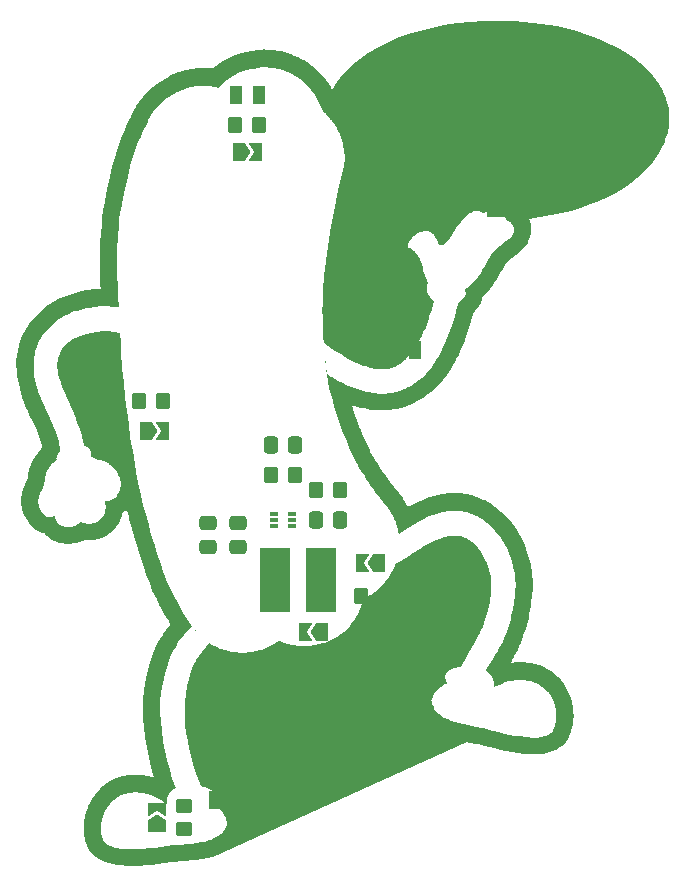
<source format=gbr>
%TF.GenerationSoftware,KiCad,Pcbnew,7.0.6*%
%TF.CreationDate,2023-07-13T14:25:20-05:00*%
%TF.ProjectId,SAO_AMAMW,53414f5f-414d-4414-9d57-2e6b69636164,rev?*%
%TF.SameCoordinates,Original*%
%TF.FileFunction,Soldermask,Bot*%
%TF.FilePolarity,Negative*%
%FSLAX46Y46*%
G04 Gerber Fmt 4.6, Leading zero omitted, Abs format (unit mm)*
G04 Created by KiCad (PCBNEW 7.0.6) date 2023-07-13 14:25:20*
%MOMM*%
%LPD*%
G01*
G04 APERTURE LIST*
G04 Aperture macros list*
%AMRoundRect*
0 Rectangle with rounded corners*
0 $1 Rounding radius*
0 $2 $3 $4 $5 $6 $7 $8 $9 X,Y pos of 4 corners*
0 Add a 4 corners polygon primitive as box body*
4,1,4,$2,$3,$4,$5,$6,$7,$8,$9,$2,$3,0*
0 Add four circle primitives for the rounded corners*
1,1,$1+$1,$2,$3*
1,1,$1+$1,$4,$5*
1,1,$1+$1,$6,$7*
1,1,$1+$1,$8,$9*
0 Add four rect primitives between the rounded corners*
20,1,$1+$1,$2,$3,$4,$5,0*
20,1,$1+$1,$4,$5,$6,$7,0*
20,1,$1+$1,$6,$7,$8,$9,0*
20,1,$1+$1,$8,$9,$2,$3,0*%
%AMFreePoly0*
4,1,6,1.000000,0.000000,0.500000,-0.750000,-0.500000,-0.750000,-0.500000,0.750000,0.500000,0.750000,1.000000,0.000000,1.000000,0.000000,$1*%
%AMFreePoly1*
4,1,6,0.500000,-0.750000,-0.650000,-0.750000,-0.150000,0.000000,-0.650000,0.750000,0.500000,0.750000,0.500000,-0.750000,0.500000,-0.750000,$1*%
G04 Aperture macros list end*
%ADD10O,1.727200X1.727200*%
%ADD11R,1.727200X1.727200*%
%ADD12C,1.727200*%
%ADD13RoundRect,0.250000X-0.350000X-0.450000X0.350000X-0.450000X0.350000X0.450000X-0.350000X0.450000X0*%
%ADD14R,1.000000X1.570000*%
%ADD15RoundRect,0.250000X-0.337500X-0.475000X0.337500X-0.475000X0.337500X0.475000X-0.337500X0.475000X0*%
%ADD16RoundRect,0.250000X0.350000X0.450000X-0.350000X0.450000X-0.350000X-0.450000X0.350000X-0.450000X0*%
%ADD17FreePoly0,180.000000*%
%ADD18FreePoly1,180.000000*%
%ADD19R,1.570000X1.000000*%
%ADD20RoundRect,0.250000X-0.475000X0.337500X-0.475000X-0.337500X0.475000X-0.337500X0.475000X0.337500X0*%
%ADD21FreePoly0,90.000000*%
%ADD22FreePoly1,90.000000*%
%ADD23RoundRect,0.250000X0.450000X-0.350000X0.450000X0.350000X-0.450000X0.350000X-0.450000X-0.350000X0*%
%ADD24FreePoly0,0.000000*%
%ADD25FreePoly1,0.000000*%
%ADD26R,2.540000X5.500000*%
%ADD27R,0.700000X0.340000*%
G04 APERTURE END LIST*
%TO.C,X1*%
G36*
X129779525Y-111206628D02*
G01*
X129780181Y-111207514D01*
X129779003Y-111205955D01*
X129779525Y-111206628D01*
G37*
G36*
X140780448Y-88798027D02*
G01*
X140746783Y-88525540D01*
X140710387Y-88207819D01*
X140780448Y-88798027D01*
G37*
G36*
X140785008Y-88834938D02*
G01*
X140783621Y-88824762D01*
X140780448Y-88798027D01*
X140785008Y-88834938D01*
G37*
G36*
X140847509Y-89293606D02*
G01*
X140827705Y-89155820D01*
X140785830Y-88841598D01*
X140785008Y-88834938D01*
X140847509Y-89293606D01*
G37*
G36*
X118274224Y-95948782D02*
G01*
X118274197Y-95948829D01*
X118274168Y-95948876D01*
X118274139Y-95948921D01*
X118274108Y-95948964D01*
X118274076Y-95949006D01*
X118274010Y-95949087D01*
X118273940Y-95949163D01*
X118273868Y-95949235D01*
X118273795Y-95949302D01*
X118273721Y-95949367D01*
X118273646Y-95949428D01*
X118273573Y-95949486D01*
X118273432Y-95949596D01*
X118273303Y-95949700D01*
X118273245Y-95949750D01*
X118273192Y-95949800D01*
X118274249Y-95948732D01*
X118274224Y-95948782D01*
G37*
G36*
X155304271Y-59522223D02*
G01*
X155304272Y-59522223D01*
X155304273Y-59522223D01*
X155304274Y-59522223D01*
X155304275Y-59522223D01*
X155304276Y-59522223D01*
X155304278Y-59522224D01*
X155304279Y-59522225D01*
X155304280Y-59522225D01*
X155304282Y-59522226D01*
X156064036Y-59532787D01*
X156812582Y-59564150D01*
X157549073Y-59615834D01*
X158272664Y-59687357D01*
X158982507Y-59778240D01*
X159677758Y-59888002D01*
X160357569Y-60016161D01*
X161021095Y-60162237D01*
X161667490Y-60325749D01*
X162295907Y-60506216D01*
X162905500Y-60703158D01*
X163495423Y-60916094D01*
X164064829Y-61144543D01*
X164612874Y-61388024D01*
X165138710Y-61646057D01*
X165641491Y-61918160D01*
X166120371Y-62203853D01*
X166574504Y-62502655D01*
X167003044Y-62814086D01*
X167405145Y-63137664D01*
X167779960Y-63472908D01*
X168126644Y-63819339D01*
X168444349Y-64176475D01*
X168732230Y-64543835D01*
X168989442Y-64920939D01*
X169215137Y-65307305D01*
X169408469Y-65702454D01*
X169568592Y-66105904D01*
X169694661Y-66517174D01*
X169785829Y-66935784D01*
X169841249Y-67361253D01*
X169860076Y-67793100D01*
X169855877Y-67996911D01*
X169843313Y-68200461D01*
X169822433Y-68403616D01*
X169793289Y-68606240D01*
X169755930Y-68808197D01*
X169710406Y-69009352D01*
X169656767Y-69209568D01*
X169595062Y-69408711D01*
X169525343Y-69606645D01*
X169447658Y-69803234D01*
X169362059Y-69998343D01*
X169268594Y-70191835D01*
X169167314Y-70383576D01*
X169058269Y-70573429D01*
X168941509Y-70761260D01*
X168817084Y-70946932D01*
X168478104Y-71458003D01*
X168082511Y-71950053D01*
X167632747Y-72422101D01*
X167131254Y-72873167D01*
X166580471Y-73302267D01*
X165982842Y-73708422D01*
X165340807Y-74090649D01*
X164656807Y-74447968D01*
X163933284Y-74779396D01*
X163172679Y-75083954D01*
X162377434Y-75360659D01*
X161549990Y-75608530D01*
X160692788Y-75826585D01*
X159808269Y-76013844D01*
X158898875Y-76169326D01*
X157967048Y-76292047D01*
X158028034Y-76445298D01*
X158077181Y-76601667D01*
X158114547Y-76760456D01*
X158140186Y-76920964D01*
X158154154Y-77082491D01*
X158156507Y-77244336D01*
X158147302Y-77405799D01*
X158126593Y-77566179D01*
X158094436Y-77724777D01*
X158050888Y-77880891D01*
X157996005Y-78033822D01*
X157929841Y-78182870D01*
X157852453Y-78327333D01*
X157763897Y-78466511D01*
X157664229Y-78599705D01*
X157553504Y-78726213D01*
X157496299Y-78785383D01*
X157438835Y-78842883D01*
X157323434Y-78953139D01*
X157207909Y-79057509D01*
X157092867Y-79156525D01*
X156978916Y-79250716D01*
X156866664Y-79340613D01*
X156649688Y-79509645D01*
X156512573Y-79616125D01*
X156388625Y-79714580D01*
X156331527Y-79761298D01*
X156277644Y-79806610D01*
X156226953Y-79850716D01*
X156179428Y-79893816D01*
X156135044Y-79936110D01*
X156093775Y-79977798D01*
X156055597Y-80019079D01*
X156020483Y-80060155D01*
X155988410Y-80101224D01*
X155959352Y-80142488D01*
X155933283Y-80184145D01*
X155910178Y-80226397D01*
X155738433Y-80555470D01*
X155551616Y-80894399D01*
X155348545Y-81238432D01*
X155240546Y-81410878D01*
X155128040Y-81582816D01*
X155010880Y-81753654D01*
X154888919Y-81922797D01*
X154762008Y-82089651D01*
X154629999Y-82253622D01*
X154492746Y-82414116D01*
X154350101Y-82570538D01*
X154201915Y-82722295D01*
X154048041Y-82868792D01*
X154041007Y-82910201D01*
X154033181Y-82951474D01*
X154024543Y-82992599D01*
X154015070Y-83033562D01*
X154004741Y-83074351D01*
X153993536Y-83114954D01*
X153981431Y-83155358D01*
X153968406Y-83195551D01*
X153949412Y-83249450D01*
X153928058Y-83304974D01*
X153904203Y-83361963D01*
X153877706Y-83420254D01*
X153848425Y-83479688D01*
X153816222Y-83540103D01*
X153780954Y-83601339D01*
X153742482Y-83663236D01*
X153700664Y-83725631D01*
X153655361Y-83788365D01*
X153606430Y-83851276D01*
X153553732Y-83914204D01*
X153497126Y-83976988D01*
X153436471Y-84039467D01*
X153371626Y-84101480D01*
X153302451Y-84162867D01*
X153184869Y-84599592D01*
X153062382Y-85024694D01*
X152934798Y-85438702D01*
X152801925Y-85842146D01*
X152663569Y-86235556D01*
X152519540Y-86619463D01*
X152369645Y-86994397D01*
X152213691Y-87360888D01*
X152110681Y-87590725D01*
X152005909Y-87813348D01*
X151899178Y-88029105D01*
X151790289Y-88238347D01*
X151679043Y-88441425D01*
X151565243Y-88638689D01*
X151448690Y-88830489D01*
X151329184Y-89017176D01*
X151165138Y-89260695D01*
X151000011Y-89493017D01*
X150833495Y-89714506D01*
X150665280Y-89925524D01*
X150580439Y-90027220D01*
X150495056Y-90126434D01*
X150409094Y-90223212D01*
X150322513Y-90317599D01*
X150235275Y-90409640D01*
X150147341Y-90499381D01*
X150058672Y-90586867D01*
X149969230Y-90672144D01*
X149861646Y-90771163D01*
X149750700Y-90869326D01*
X149636506Y-90966546D01*
X149519174Y-91062737D01*
X149398815Y-91157812D01*
X149275542Y-91251685D01*
X149149465Y-91344267D01*
X149020698Y-91435472D01*
X148937006Y-91492609D01*
X148853328Y-91547285D01*
X148769831Y-91599567D01*
X148686684Y-91649525D01*
X148522111Y-91742743D01*
X148360955Y-91827486D01*
X148204562Y-91904304D01*
X148054278Y-91973747D01*
X147911449Y-92036362D01*
X147777419Y-92092699D01*
X147633283Y-92149593D01*
X147487892Y-92201989D01*
X147341354Y-92249852D01*
X147193778Y-92293149D01*
X147045272Y-92331845D01*
X146895944Y-92365906D01*
X146745904Y-92395297D01*
X146595260Y-92419985D01*
X146442646Y-92441537D01*
X146280627Y-92462026D01*
X146110310Y-92480387D01*
X145932807Y-92495559D01*
X145749227Y-92506476D01*
X145560680Y-92512076D01*
X145368276Y-92511295D01*
X145173125Y-92503069D01*
X144894486Y-92480685D01*
X144616706Y-92448882D01*
X144339976Y-92407691D01*
X144064484Y-92357143D01*
X143790418Y-92297269D01*
X143517967Y-92228100D01*
X143247321Y-92149666D01*
X142978667Y-92061998D01*
X143076685Y-92373744D01*
X143178027Y-92683588D01*
X143282644Y-92991367D01*
X143390486Y-93296916D01*
X143501503Y-93600071D01*
X143615646Y-93900667D01*
X143732865Y-94198539D01*
X143853110Y-94493524D01*
X144002452Y-94846196D01*
X144155266Y-95193413D01*
X144311057Y-95533983D01*
X144469329Y-95866716D01*
X144547226Y-96010026D01*
X144624206Y-96149391D01*
X144700344Y-96285332D01*
X144775718Y-96418367D01*
X144875812Y-96591901D01*
X144974173Y-96759031D01*
X145070929Y-96919979D01*
X145166205Y-97074965D01*
X145260130Y-97224208D01*
X145352830Y-97367929D01*
X145444432Y-97506350D01*
X145535064Y-97639688D01*
X145681012Y-97848624D01*
X145838245Y-98067752D01*
X146009717Y-98301118D01*
X146198379Y-98552767D01*
X146382547Y-98794106D01*
X146573985Y-99041053D01*
X146774006Y-99295343D01*
X146983924Y-99558710D01*
X147265441Y-99916430D01*
X147304748Y-99974818D01*
X147343800Y-100034282D01*
X147382765Y-100095104D01*
X147421810Y-100157567D01*
X147461103Y-100221952D01*
X147500811Y-100288541D01*
X147541103Y-100357616D01*
X147582145Y-100429460D01*
X147623450Y-100503769D01*
X147663937Y-100578649D01*
X147703480Y-100654076D01*
X147741958Y-100730028D01*
X147901118Y-100641576D01*
X148060405Y-100555471D01*
X148219971Y-100471804D01*
X148379968Y-100390663D01*
X148540548Y-100312140D01*
X148701862Y-100236324D01*
X148864064Y-100163304D01*
X149027305Y-100093172D01*
X149201057Y-100022246D01*
X149373313Y-99956006D01*
X149544143Y-99894436D01*
X149713619Y-99837521D01*
X149881814Y-99785247D01*
X150048798Y-99737597D01*
X150214643Y-99694558D01*
X150379421Y-99656113D01*
X150543204Y-99622247D01*
X150706064Y-99592947D01*
X150868072Y-99568195D01*
X151029300Y-99547978D01*
X151189820Y-99532279D01*
X151349703Y-99521085D01*
X151509021Y-99514380D01*
X151667846Y-99512148D01*
X151833715Y-99514655D01*
X151999114Y-99522173D01*
X152164005Y-99534694D01*
X152328354Y-99552212D01*
X152492122Y-99574721D01*
X152655274Y-99602213D01*
X152817773Y-99634683D01*
X152979584Y-99672123D01*
X153140668Y-99714527D01*
X153300991Y-99761889D01*
X153460516Y-99814202D01*
X153619205Y-99871459D01*
X153777024Y-99933653D01*
X153933934Y-100000779D01*
X154089901Y-100072829D01*
X154244887Y-100149797D01*
X154535781Y-100308884D01*
X154818580Y-100482967D01*
X155092947Y-100671651D01*
X155358547Y-100874542D01*
X155615042Y-101091245D01*
X155862095Y-101321364D01*
X156099370Y-101564505D01*
X156326529Y-101820272D01*
X156543237Y-102088272D01*
X156749156Y-102368109D01*
X156943949Y-102659388D01*
X157127279Y-102961714D01*
X157298811Y-103274692D01*
X157458206Y-103597928D01*
X157605129Y-103931026D01*
X157739242Y-104273592D01*
X157826341Y-104521377D01*
X157906055Y-104771171D01*
X157978355Y-105022751D01*
X158043217Y-105275892D01*
X158100614Y-105530371D01*
X158150521Y-105785965D01*
X158192912Y-106042449D01*
X158227759Y-106299601D01*
X158255039Y-106557196D01*
X158274723Y-106815010D01*
X158286788Y-107072821D01*
X158291206Y-107330405D01*
X158287951Y-107587537D01*
X158276999Y-107843995D01*
X158258322Y-108099554D01*
X158231894Y-108353991D01*
X158184517Y-108716396D01*
X158131160Y-109071070D01*
X158071783Y-109418154D01*
X158006346Y-109757785D01*
X157934810Y-110090104D01*
X157857136Y-110415248D01*
X157773285Y-110733358D01*
X157683215Y-111044573D01*
X157586889Y-111349031D01*
X157484265Y-111646872D01*
X157375306Y-111938235D01*
X157259971Y-112223259D01*
X157138221Y-112502084D01*
X157010016Y-112774848D01*
X156875317Y-113041691D01*
X156734084Y-113302752D01*
X156679990Y-113396795D01*
X156624354Y-113490514D01*
X156567626Y-113584082D01*
X156510253Y-113677675D01*
X156496230Y-113700426D01*
X156431374Y-113805436D01*
X156365523Y-113911036D01*
X156476205Y-113894159D01*
X156587150Y-113879463D01*
X156698299Y-113866968D01*
X156809595Y-113856696D01*
X156920978Y-113848669D01*
X157032388Y-113842908D01*
X157143768Y-113839436D01*
X157255057Y-113838274D01*
X157445697Y-113841708D01*
X157634237Y-113851981D01*
X157820528Y-113869046D01*
X158004425Y-113892861D01*
X158185778Y-113923378D01*
X158364442Y-113960555D01*
X158540269Y-114004344D01*
X158713112Y-114054703D01*
X158882823Y-114111585D01*
X159049255Y-114174946D01*
X159212260Y-114244740D01*
X159371692Y-114320924D01*
X159527404Y-114403451D01*
X159679247Y-114492277D01*
X159827075Y-114587357D01*
X159970740Y-114688646D01*
X160128049Y-114810174D01*
X160278508Y-114938220D01*
X160422051Y-115072483D01*
X160558608Y-115212666D01*
X160688110Y-115358469D01*
X160810489Y-115509592D01*
X161033599Y-115826603D01*
X161227389Y-116161307D01*
X161391308Y-116511308D01*
X161524804Y-116874215D01*
X161627328Y-117247632D01*
X161698328Y-117629167D01*
X161737253Y-118016425D01*
X161743554Y-118407014D01*
X161716678Y-118798538D01*
X161656076Y-119188606D01*
X161561196Y-119574822D01*
X161500731Y-119765738D01*
X161431489Y-119954794D01*
X161353402Y-120141691D01*
X161266402Y-120326128D01*
X161236009Y-120383832D01*
X161203695Y-120439944D01*
X161169507Y-120494430D01*
X161133491Y-120547253D01*
X161095691Y-120598379D01*
X161056155Y-120647773D01*
X161014928Y-120695398D01*
X160972054Y-120741220D01*
X160927581Y-120785204D01*
X160881554Y-120827314D01*
X160834019Y-120867514D01*
X160785021Y-120905770D01*
X160734606Y-120942047D01*
X160682820Y-120976308D01*
X160629708Y-121008519D01*
X160575316Y-121038645D01*
X160465950Y-121111350D01*
X160353821Y-121179258D01*
X160238885Y-121242383D01*
X160121093Y-121300740D01*
X160000402Y-121354344D01*
X159876763Y-121403209D01*
X159750132Y-121447351D01*
X159620462Y-121486783D01*
X159487707Y-121521521D01*
X159351821Y-121551580D01*
X159212758Y-121576973D01*
X159070472Y-121597717D01*
X158924915Y-121613825D01*
X158776044Y-121625313D01*
X158623810Y-121632195D01*
X158468169Y-121634485D01*
X158467902Y-121634485D01*
X158355331Y-121633422D01*
X158243557Y-121630396D01*
X158132757Y-121625652D01*
X158023107Y-121619436D01*
X157807963Y-121603567D01*
X157599540Y-121584749D01*
X157081663Y-121525437D01*
X156564493Y-121448253D01*
X156051639Y-121356683D01*
X155546709Y-121254211D01*
X155053313Y-121144324D01*
X154575060Y-121030504D01*
X153678420Y-120805010D01*
X153600000Y-120785722D01*
X153516489Y-120766334D01*
X153336250Y-120727161D01*
X153141823Y-120687293D01*
X152937324Y-120646532D01*
X152764281Y-120611872D01*
X134025435Y-129075624D01*
X134025435Y-113027590D01*
X134213799Y-113013233D01*
X134401320Y-112992132D01*
X134587789Y-112964352D01*
X134772996Y-112929958D01*
X134956733Y-112889016D01*
X135138788Y-112841591D01*
X135318953Y-112787747D01*
X135497017Y-112727550D01*
X135672772Y-112661066D01*
X135846007Y-112588358D01*
X136016512Y-112509493D01*
X136184079Y-112424535D01*
X136348497Y-112333549D01*
X136509556Y-112236602D01*
X136667048Y-112133757D01*
X136820762Y-112025080D01*
X136954151Y-112082764D01*
X137089211Y-112136908D01*
X137225952Y-112187442D01*
X137364382Y-112234300D01*
X137504511Y-112277412D01*
X137646349Y-112316710D01*
X137789904Y-112352126D01*
X137935187Y-112383593D01*
X138057576Y-112405894D01*
X138180586Y-112425181D01*
X138304093Y-112441467D01*
X138427972Y-112454764D01*
X138552099Y-112465085D01*
X138676350Y-112472441D01*
X138800601Y-112476846D01*
X138924727Y-112478312D01*
X139122561Y-112474486D01*
X139319995Y-112463073D01*
X139516755Y-112444168D01*
X139712565Y-112417866D01*
X139907150Y-112384265D01*
X140100236Y-112343459D01*
X140291546Y-112295544D01*
X140480806Y-112240616D01*
X140667741Y-112178770D01*
X140852075Y-112110103D01*
X141033534Y-112034710D01*
X141211842Y-111952687D01*
X141386723Y-111864129D01*
X141557904Y-111769132D01*
X141725108Y-111667792D01*
X141888060Y-111560205D01*
X142083167Y-111417852D01*
X142270952Y-111266687D01*
X142451171Y-111107108D01*
X142623576Y-110939512D01*
X142787923Y-110764297D01*
X142943967Y-110581859D01*
X143091460Y-110392597D01*
X143230158Y-110196906D01*
X143359814Y-109995185D01*
X143480184Y-109787830D01*
X143591021Y-109575240D01*
X143692079Y-109357810D01*
X143783113Y-109135939D01*
X143863877Y-108910024D01*
X143934126Y-108680461D01*
X143993613Y-108447649D01*
X144091402Y-108400878D01*
X144188244Y-108352240D01*
X144284038Y-108301730D01*
X144378681Y-108249340D01*
X144472072Y-108195066D01*
X144564107Y-108138901D01*
X144654686Y-108080840D01*
X144743705Y-108020876D01*
X144906175Y-107903573D01*
X145063596Y-107780113D01*
X145215836Y-107650716D01*
X145362763Y-107515598D01*
X145504246Y-107374978D01*
X145640152Y-107229074D01*
X145770350Y-107078105D01*
X145894709Y-106922289D01*
X146013095Y-106761843D01*
X146125378Y-106596987D01*
X146231425Y-106427938D01*
X146331106Y-106254914D01*
X146424287Y-106078134D01*
X146510838Y-105897815D01*
X146590626Y-105714177D01*
X146663520Y-105527437D01*
X146662289Y-105530909D01*
X146661150Y-105534375D01*
X146659025Y-105541264D01*
X146657978Y-105544673D01*
X146656899Y-105548052D01*
X146655758Y-105551392D01*
X146654525Y-105554689D01*
X146816719Y-105460135D01*
X146978118Y-105364984D01*
X147533841Y-105016880D01*
X148129294Y-104626223D01*
X148756807Y-104224576D01*
X149080189Y-104029495D01*
X149408709Y-103843504D01*
X149741409Y-103670548D01*
X150077330Y-103514571D01*
X150415513Y-103379521D01*
X150754999Y-103269342D01*
X150924931Y-103224813D01*
X151094829Y-103187981D01*
X151264573Y-103159339D01*
X151434044Y-103139381D01*
X151603121Y-103128600D01*
X151771686Y-103127490D01*
X151939617Y-103136543D01*
X152106795Y-103156252D01*
X152203956Y-103173488D01*
X152298909Y-103195412D01*
X152391689Y-103221848D01*
X152482328Y-103252619D01*
X152570862Y-103287549D01*
X152657324Y-103326461D01*
X152741748Y-103369178D01*
X152824168Y-103415525D01*
X152904618Y-103465324D01*
X152983131Y-103518399D01*
X153134487Y-103633671D01*
X153278505Y-103759928D01*
X153415459Y-103895758D01*
X153545619Y-104039748D01*
X153669257Y-104190488D01*
X153786645Y-104346563D01*
X153898055Y-104506562D01*
X154003758Y-104669072D01*
X154104026Y-104832682D01*
X154289344Y-105157549D01*
X154426010Y-105434565D01*
X154538303Y-105720321D01*
X154627639Y-106013656D01*
X154695437Y-106313407D01*
X154743113Y-106618411D01*
X154772086Y-106927507D01*
X154783771Y-107239533D01*
X154779588Y-107553325D01*
X154760952Y-107867721D01*
X154729282Y-108181560D01*
X154685995Y-108493678D01*
X154632508Y-108802914D01*
X154570238Y-109108106D01*
X154500604Y-109408090D01*
X154344909Y-109987787D01*
X154254882Y-110273017D01*
X154153185Y-110552889D01*
X154041169Y-110827926D01*
X153920186Y-111098649D01*
X153791588Y-111365581D01*
X153656727Y-111629241D01*
X153373622Y-112148838D01*
X152791736Y-113171741D01*
X152514584Y-113683394D01*
X152384188Y-113941097D01*
X152261046Y-114200747D01*
X152265014Y-114200480D01*
X152142536Y-114217682D01*
X152021487Y-114239219D01*
X151961651Y-114251657D01*
X151902355Y-114265233D01*
X151843659Y-114279963D01*
X151785624Y-114295866D01*
X151728313Y-114312959D01*
X151671784Y-114331261D01*
X151616099Y-114350789D01*
X151561320Y-114371561D01*
X151507506Y-114393596D01*
X151454720Y-114416909D01*
X151403020Y-114441521D01*
X151352469Y-114467447D01*
X151291828Y-114501036D01*
X151236019Y-114534759D01*
X151184899Y-114568658D01*
X151138328Y-114602773D01*
X151096162Y-114637145D01*
X151058261Y-114671816D01*
X151024482Y-114706826D01*
X151009094Y-114724471D01*
X150994683Y-114742217D01*
X150981232Y-114760068D01*
X150968723Y-114778030D01*
X150957138Y-114796107D01*
X150946460Y-114814305D01*
X150936670Y-114832630D01*
X150927752Y-114851085D01*
X150919686Y-114869676D01*
X150912456Y-114888409D01*
X150906044Y-114907289D01*
X150900432Y-114926320D01*
X150891537Y-114964857D01*
X150885629Y-115004063D01*
X150882567Y-115043978D01*
X150882076Y-115075408D01*
X150883137Y-115107303D01*
X150885687Y-115139682D01*
X150889660Y-115172563D01*
X150894992Y-115205965D01*
X150901616Y-115239907D01*
X150909469Y-115274407D01*
X150918484Y-115309484D01*
X150928596Y-115345155D01*
X150939742Y-115381441D01*
X150964869Y-115455930D01*
X150993346Y-115533097D01*
X151024650Y-115613092D01*
X150919912Y-115663320D01*
X150815535Y-115718475D01*
X150712248Y-115778285D01*
X150610778Y-115842482D01*
X150511851Y-115910794D01*
X150416196Y-115982953D01*
X150324540Y-116058687D01*
X150237611Y-116137727D01*
X150156135Y-116219802D01*
X150080841Y-116304643D01*
X150012456Y-116391978D01*
X149951708Y-116481539D01*
X149924425Y-116527069D01*
X149899324Y-116573055D01*
X149876495Y-116619461D01*
X149856030Y-116666255D01*
X149838020Y-116713403D01*
X149822556Y-116760871D01*
X149809728Y-116808624D01*
X149799628Y-116856630D01*
X149792627Y-116860511D01*
X149785823Y-116864712D01*
X149779234Y-116869236D01*
X149772876Y-116874088D01*
X149766769Y-116879272D01*
X149760928Y-116884791D01*
X149755372Y-116890650D01*
X149750117Y-116896852D01*
X149745182Y-116903400D01*
X149740584Y-116910300D01*
X149736340Y-116917555D01*
X149732468Y-116925169D01*
X149728985Y-116933146D01*
X149725908Y-116941489D01*
X149723256Y-116950203D01*
X149721045Y-116959291D01*
X149720679Y-116961101D01*
X149720369Y-116962956D01*
X149720111Y-116964852D01*
X149719898Y-116966785D01*
X149719587Y-116970744D01*
X149719394Y-116974800D01*
X149719187Y-116983064D01*
X149719087Y-116987205D01*
X149718932Y-116991304D01*
X149718691Y-116993950D01*
X149718388Y-116996550D01*
X149717744Y-117001722D01*
X149717477Y-117004350D01*
X149717297Y-117007044D01*
X149717251Y-117008423D01*
X149717241Y-117009829D01*
X149717270Y-117011266D01*
X149717345Y-117012735D01*
X149717345Y-117013536D01*
X149738735Y-117187306D01*
X149774690Y-117351217D01*
X149824488Y-117505624D01*
X149887404Y-117650882D01*
X149962715Y-117787347D01*
X150049698Y-117915373D01*
X150147629Y-118035315D01*
X150255785Y-118147527D01*
X150373442Y-118252365D01*
X150499877Y-118350184D01*
X150634367Y-118441338D01*
X150776187Y-118526182D01*
X151078927Y-118678361D01*
X151402310Y-118809559D01*
X151740548Y-118922615D01*
X152087853Y-119020370D01*
X152438438Y-119105660D01*
X152786515Y-119181326D01*
X153451996Y-119315139D01*
X154037993Y-119444521D01*
X154946784Y-119672580D01*
X155409338Y-119782349D01*
X155875095Y-119885853D01*
X156342378Y-119980526D01*
X156809508Y-120063800D01*
X157274809Y-120133109D01*
X157736602Y-120185884D01*
X158018619Y-120210168D01*
X158159343Y-120219492D01*
X158299530Y-120225970D01*
X158438923Y-120228876D01*
X158577260Y-120227484D01*
X158714284Y-120221069D01*
X158849735Y-120208906D01*
X158983354Y-120190269D01*
X159114880Y-120164432D01*
X159244056Y-120130670D01*
X159370622Y-120088256D01*
X159494318Y-120036467D01*
X159614885Y-119974575D01*
X159673914Y-119939614D01*
X159732064Y-119901856D01*
X159789302Y-119861209D01*
X159845595Y-119817583D01*
X159854418Y-119815875D01*
X159863116Y-119813713D01*
X159871677Y-119811079D01*
X159880087Y-119807952D01*
X159888335Y-119804314D01*
X159896408Y-119800144D01*
X159904291Y-119795424D01*
X159911974Y-119790134D01*
X159919443Y-119784255D01*
X159926685Y-119777768D01*
X159933687Y-119770652D01*
X159940437Y-119762890D01*
X159946922Y-119754460D01*
X159953130Y-119745344D01*
X159959046Y-119735523D01*
X159964660Y-119724977D01*
X160034824Y-119574416D01*
X160096494Y-119420665D01*
X160149679Y-119264148D01*
X160194387Y-119105284D01*
X160230625Y-118944494D01*
X160258402Y-118782200D01*
X160277726Y-118618822D01*
X160288606Y-118454782D01*
X160291048Y-118290499D01*
X160285063Y-118126396D01*
X160270657Y-117962892D01*
X160247839Y-117800410D01*
X160216617Y-117639369D01*
X160176999Y-117480191D01*
X160128993Y-117323297D01*
X160072608Y-117169107D01*
X160034788Y-117078058D01*
X159993956Y-116988228D01*
X159950115Y-116899708D01*
X159903267Y-116812589D01*
X159853415Y-116726961D01*
X159800560Y-116642915D01*
X159744706Y-116560542D01*
X159685854Y-116479932D01*
X159624007Y-116401176D01*
X159559166Y-116324366D01*
X159491336Y-116249591D01*
X159420517Y-116176942D01*
X159346712Y-116106511D01*
X159269924Y-116038387D01*
X159190154Y-115972662D01*
X159107406Y-115909426D01*
X158996308Y-115831844D01*
X158881928Y-115760278D01*
X158764475Y-115694653D01*
X158644153Y-115634895D01*
X158521171Y-115580928D01*
X158395735Y-115532677D01*
X158138329Y-115453024D01*
X157873590Y-115395338D01*
X157603173Y-115359018D01*
X157328733Y-115343465D01*
X157051925Y-115348080D01*
X156774403Y-115372262D01*
X156497824Y-115415412D01*
X156223841Y-115476931D01*
X155954111Y-115556220D01*
X155690287Y-115652677D01*
X155434024Y-115765705D01*
X155186979Y-115894703D01*
X154950805Y-116039072D01*
X154960766Y-115999777D01*
X154969779Y-115960252D01*
X154977787Y-115920467D01*
X154984735Y-115880390D01*
X154990567Y-115839991D01*
X154995227Y-115799237D01*
X154998659Y-115758100D01*
X155000808Y-115716547D01*
X155001529Y-115674446D01*
X155000863Y-115631859D01*
X154998740Y-115588744D01*
X154995088Y-115545063D01*
X154989835Y-115500774D01*
X154982912Y-115455838D01*
X154974246Y-115410215D01*
X154963767Y-115363863D01*
X154943811Y-115290069D01*
X154920257Y-115219915D01*
X154893249Y-115153277D01*
X154862936Y-115090032D01*
X154829464Y-115030054D01*
X154792978Y-114973221D01*
X154753626Y-114919408D01*
X154711554Y-114868490D01*
X154666908Y-114820345D01*
X154619835Y-114774847D01*
X154570481Y-114731874D01*
X154518993Y-114691300D01*
X154465518Y-114653002D01*
X154410202Y-114616856D01*
X154353190Y-114582738D01*
X154294631Y-114550524D01*
X154435786Y-114300988D01*
X154583787Y-114054460D01*
X154735906Y-113810994D01*
X154889414Y-113570646D01*
X155189683Y-113099530D01*
X155330988Y-112868873D01*
X155462768Y-112641558D01*
X155600317Y-112386020D01*
X155729370Y-112126500D01*
X155850180Y-111863274D01*
X155962999Y-111596621D01*
X156068080Y-111326817D01*
X156165677Y-111054141D01*
X156256043Y-110778869D01*
X156339431Y-110501280D01*
X156416093Y-110221650D01*
X156486283Y-109940258D01*
X156608260Y-109373295D01*
X156707384Y-108802610D01*
X156785682Y-108230425D01*
X156810085Y-107990350D01*
X156826025Y-107748182D01*
X156833543Y-107504319D01*
X156832682Y-107259162D01*
X156805993Y-106766567D01*
X156746297Y-106273597D01*
X156653936Y-105783453D01*
X156529248Y-105299336D01*
X156454888Y-105060538D01*
X156372574Y-104824448D01*
X156282349Y-104591464D01*
X156184254Y-104361988D01*
X156078332Y-104136419D01*
X155964626Y-103915158D01*
X155843179Y-103698605D01*
X155714032Y-103487160D01*
X155577229Y-103281222D01*
X155432811Y-103081193D01*
X155280822Y-102887472D01*
X155121303Y-102700459D01*
X154954298Y-102520554D01*
X154779848Y-102348158D01*
X154597997Y-102183671D01*
X154408786Y-102027492D01*
X154212259Y-101880023D01*
X154008457Y-101741662D01*
X153797423Y-101612810D01*
X153579200Y-101493868D01*
X153357386Y-101387048D01*
X153136911Y-101294730D01*
X152917732Y-101216454D01*
X152699805Y-101151758D01*
X152483086Y-101100182D01*
X152267532Y-101061264D01*
X152053100Y-101034544D01*
X151839745Y-101019561D01*
X151627424Y-101015853D01*
X151416094Y-101022960D01*
X151205710Y-101040420D01*
X150996230Y-101067773D01*
X150787610Y-101104558D01*
X150579805Y-101150314D01*
X150166470Y-101266894D01*
X149755875Y-101413826D01*
X149347673Y-101587422D01*
X148941514Y-101783994D01*
X148537049Y-101999854D01*
X148133930Y-102231315D01*
X147731808Y-102474688D01*
X146929160Y-102982424D01*
X146929163Y-102982573D01*
X146929172Y-102982721D01*
X146929185Y-102982868D01*
X146929202Y-102983015D01*
X146929245Y-102983302D01*
X146929294Y-102983581D01*
X146929343Y-102983846D01*
X146929385Y-102984096D01*
X146929402Y-102984215D01*
X146929416Y-102984328D01*
X146929424Y-102984435D01*
X146929427Y-102984537D01*
X146905574Y-102837128D01*
X146877672Y-102690982D01*
X146845722Y-102546114D01*
X146809723Y-102402543D01*
X146769677Y-102260282D01*
X146725583Y-102119350D01*
X146677442Y-101979761D01*
X146625255Y-101841534D01*
X146569021Y-101704682D01*
X146508741Y-101569224D01*
X146444417Y-101435175D01*
X146376047Y-101302552D01*
X146303632Y-101171370D01*
X146227173Y-101041646D01*
X146146671Y-100913397D01*
X146062125Y-100786638D01*
X145627712Y-100244704D01*
X145189358Y-99683695D01*
X144971345Y-99396773D01*
X144755519Y-99105966D01*
X144542937Y-98811568D01*
X144334655Y-98513872D01*
X144192642Y-98303872D01*
X144050939Y-98086752D01*
X143908914Y-97861521D01*
X143765934Y-97627187D01*
X143621366Y-97382757D01*
X143474579Y-97127240D01*
X143324938Y-96859643D01*
X143171813Y-96578974D01*
X142841029Y-95872770D01*
X142529079Y-95154612D01*
X142236192Y-94425223D01*
X141962598Y-93685326D01*
X141708525Y-92935643D01*
X141474202Y-92176898D01*
X141259860Y-91409813D01*
X141065726Y-90635111D01*
X140960645Y-90039003D01*
X140866825Y-89435355D01*
X140847509Y-89293606D01*
X140872580Y-89468035D01*
X141089111Y-89603366D01*
X141197884Y-89670287D01*
X141252669Y-89703171D01*
X141307822Y-89735521D01*
X141542807Y-89868864D01*
X141780232Y-89997547D01*
X142020082Y-90121449D01*
X142262341Y-90240449D01*
X142506993Y-90354426D01*
X142754023Y-90463259D01*
X143003416Y-90566828D01*
X143255156Y-90665010D01*
X143498302Y-90751732D01*
X143744188Y-90829455D01*
X143992579Y-90898063D01*
X144243239Y-90957437D01*
X144495934Y-91007461D01*
X144750428Y-91048015D01*
X145006485Y-91078982D01*
X145263869Y-91100245D01*
X145404950Y-91106303D01*
X145545332Y-91106991D01*
X145685188Y-91102867D01*
X145824687Y-91094490D01*
X145964000Y-91082417D01*
X146103298Y-91067206D01*
X146242751Y-91049416D01*
X146382529Y-91029604D01*
X146490158Y-91012014D01*
X146597101Y-90991031D01*
X146703293Y-90966713D01*
X146808671Y-90939115D01*
X146913168Y-90908291D01*
X147016719Y-90874299D01*
X147119260Y-90837193D01*
X147220725Y-90797029D01*
X147348228Y-90743311D01*
X147473783Y-90687949D01*
X147597429Y-90630392D01*
X147719202Y-90570087D01*
X147839139Y-90506483D01*
X147957278Y-90439028D01*
X148073655Y-90367168D01*
X148131195Y-90329415D01*
X148188308Y-90290354D01*
X148290917Y-90217749D01*
X148392484Y-90143395D01*
X148492885Y-90067280D01*
X148591996Y-89989391D01*
X148689693Y-89909717D01*
X148785852Y-89828243D01*
X148880349Y-89744960D01*
X148973060Y-89659853D01*
X149054187Y-89582256D01*
X149133875Y-89503014D01*
X149212147Y-89422209D01*
X149289026Y-89339926D01*
X149438701Y-89171264D01*
X149583090Y-88997700D01*
X149722381Y-88819906D01*
X149856765Y-88638556D01*
X149986429Y-88454322D01*
X150111564Y-88267878D01*
X150221529Y-88095508D01*
X150327123Y-87920450D01*
X150428538Y-87742918D01*
X150525966Y-87563127D01*
X150619598Y-87381289D01*
X150709628Y-87197619D01*
X150796246Y-87012332D01*
X150879645Y-86825640D01*
X151059749Y-86398819D01*
X151227866Y-85968198D01*
X151384708Y-85533968D01*
X151530989Y-85096322D01*
X151667421Y-84655451D01*
X151794720Y-84211547D01*
X151913596Y-83764802D01*
X152024764Y-83315409D01*
X152024864Y-83314925D01*
X152024964Y-83314463D01*
X152025165Y-83313591D01*
X152025365Y-83312767D01*
X152025565Y-83311968D01*
X152106771Y-83271299D01*
X152184352Y-83227275D01*
X152257648Y-83179888D01*
X152325999Y-83129130D01*
X152388744Y-83074993D01*
X152417808Y-83046656D01*
X152445223Y-83017472D01*
X152470906Y-82987439D01*
X152494774Y-82956557D01*
X152516747Y-82924825D01*
X152536739Y-82892242D01*
X152554670Y-82858808D01*
X152570457Y-82824520D01*
X152584016Y-82789379D01*
X152595266Y-82753382D01*
X152604124Y-82716531D01*
X152610507Y-82678823D01*
X152614333Y-82640257D01*
X152615519Y-82600833D01*
X152613983Y-82560549D01*
X152609642Y-82519406D01*
X152602414Y-82477401D01*
X152592216Y-82434534D01*
X152578965Y-82390804D01*
X152562579Y-82346210D01*
X152542976Y-82300751D01*
X152520072Y-82254427D01*
X152519805Y-82254427D01*
X152519829Y-82254403D01*
X152519852Y-82254381D01*
X152519893Y-82254341D01*
X152519959Y-82254277D01*
X152520039Y-82254200D01*
X152520042Y-82254197D01*
X152520044Y-82254194D01*
X152520050Y-82254189D01*
X152520058Y-82254181D01*
X152520068Y-82254172D01*
X152520070Y-82254169D01*
X152520071Y-82254168D01*
X152520072Y-82254168D01*
X152520096Y-82254191D01*
X152520119Y-82254213D01*
X152520160Y-82254253D01*
X152520226Y-82254318D01*
X152520306Y-82254395D01*
X152520309Y-82254397D01*
X152520311Y-82254400D01*
X152520317Y-82254405D01*
X152520325Y-82254413D01*
X152520335Y-82254423D01*
X152520336Y-82254424D01*
X152520338Y-82254426D01*
X152520339Y-82254426D01*
X152520339Y-82254427D01*
X152696681Y-82139924D01*
X152866585Y-82012593D01*
X153030125Y-81873742D01*
X153187375Y-81724683D01*
X153338409Y-81566725D01*
X153483299Y-81401178D01*
X153622120Y-81229353D01*
X153754946Y-81052559D01*
X153881849Y-80872106D01*
X154002904Y-80689304D01*
X154118184Y-80505464D01*
X154227764Y-80321895D01*
X154430113Y-79960812D01*
X154610541Y-79616533D01*
X154651659Y-79539289D01*
X154695110Y-79464724D01*
X154740777Y-79392697D01*
X154788539Y-79323067D01*
X154889878Y-79190437D01*
X154998175Y-79065708D01*
X155112482Y-78947751D01*
X155231847Y-78835441D01*
X155355320Y-78727651D01*
X155481951Y-78623254D01*
X156001047Y-78217065D01*
X156129212Y-78112734D01*
X156254834Y-78005036D01*
X156376961Y-77892845D01*
X156494643Y-77775034D01*
X156515672Y-77751772D01*
X156535596Y-77727660D01*
X156572115Y-77677076D01*
X156604169Y-77623672D01*
X156631725Y-77567833D01*
X156654753Y-77509948D01*
X156673221Y-77450404D01*
X156687098Y-77389588D01*
X156696352Y-77327889D01*
X156700952Y-77265694D01*
X156700868Y-77203391D01*
X156696066Y-77141366D01*
X156686517Y-77080008D01*
X156672188Y-77019704D01*
X156653048Y-76960842D01*
X156629066Y-76903809D01*
X156600211Y-76848993D01*
X156571554Y-76801344D01*
X156542252Y-76756685D01*
X156512333Y-76714961D01*
X156481822Y-76676118D01*
X156450745Y-76640101D01*
X156419128Y-76606856D01*
X156386997Y-76576327D01*
X156354378Y-76548461D01*
X156321297Y-76523202D01*
X156287780Y-76500496D01*
X156253853Y-76480289D01*
X156219542Y-76462525D01*
X156184873Y-76447150D01*
X156149873Y-76434109D01*
X156114566Y-76423348D01*
X156078978Y-76414812D01*
X156078978Y-76415079D01*
X156078444Y-76415079D01*
X156078444Y-76414812D01*
X156057671Y-76339362D01*
X156033671Y-76267253D01*
X156006552Y-76198493D01*
X155976420Y-76133093D01*
X155943381Y-76071062D01*
X155907542Y-76012408D01*
X155869010Y-75957142D01*
X155827893Y-75905271D01*
X155784295Y-75856807D01*
X155738324Y-75811757D01*
X155690087Y-75770131D01*
X155639691Y-75731939D01*
X155587241Y-75697189D01*
X155532845Y-75665891D01*
X155476610Y-75638054D01*
X155418641Y-75613687D01*
X155359046Y-75592801D01*
X155297932Y-75575403D01*
X155235405Y-75561503D01*
X155171571Y-75551110D01*
X155106538Y-75544235D01*
X155040412Y-75540885D01*
X154973300Y-75541070D01*
X154905308Y-75544800D01*
X154836544Y-75552083D01*
X154767113Y-75562930D01*
X154697123Y-75577348D01*
X154626680Y-75595348D01*
X154555891Y-75616939D01*
X154484862Y-75642130D01*
X154413701Y-75670930D01*
X154342513Y-75703348D01*
X154314823Y-75716608D01*
X154287139Y-75730550D01*
X154259493Y-75745112D01*
X154231915Y-75760233D01*
X154204437Y-75775850D01*
X154177089Y-75791902D01*
X154149903Y-75808326D01*
X154122909Y-75825060D01*
X154083790Y-75798938D01*
X154044813Y-75774827D01*
X154005979Y-75752696D01*
X153967287Y-75732516D01*
X153928739Y-75714257D01*
X153890332Y-75697889D01*
X153852068Y-75683382D01*
X153813947Y-75670707D01*
X153775968Y-75659833D01*
X153738131Y-75650730D01*
X153700437Y-75643369D01*
X153662886Y-75637720D01*
X153625477Y-75633754D01*
X153588211Y-75631439D01*
X153551087Y-75630747D01*
X153514106Y-75631647D01*
X153394950Y-75645268D01*
X153277355Y-75674370D01*
X153161335Y-75717907D01*
X153046903Y-75774834D01*
X152934075Y-75844104D01*
X152822865Y-75924671D01*
X152713288Y-76015488D01*
X152605358Y-76115511D01*
X152499089Y-76223691D01*
X152394496Y-76338984D01*
X152190397Y-76586722D01*
X151993175Y-76850355D01*
X151802947Y-77121514D01*
X151443936Y-77652933D01*
X151275384Y-77896454D01*
X151114290Y-78114024D01*
X150960770Y-78297273D01*
X150886885Y-78373412D01*
X150814938Y-78437833D01*
X150744942Y-78489489D01*
X150676911Y-78527333D01*
X150610861Y-78550321D01*
X150546805Y-78557405D01*
X150537110Y-78556962D01*
X150527469Y-78556123D01*
X150517883Y-78554883D01*
X150508350Y-78553239D01*
X150498869Y-78551186D01*
X150489440Y-78548718D01*
X150480063Y-78545833D01*
X150470736Y-78542523D01*
X150461458Y-78538786D01*
X150452229Y-78534617D01*
X150443049Y-78530011D01*
X150433915Y-78524963D01*
X150424829Y-78519468D01*
X150415788Y-78513523D01*
X150406793Y-78507122D01*
X150397841Y-78500261D01*
X150396848Y-78499346D01*
X150395851Y-78498482D01*
X150394846Y-78497667D01*
X150393830Y-78496895D01*
X150392798Y-78496164D01*
X150391748Y-78495470D01*
X150390673Y-78494808D01*
X150389572Y-78494174D01*
X150388440Y-78493565D01*
X150387273Y-78492977D01*
X150386066Y-78492407D01*
X150384818Y-78491849D01*
X150382176Y-78490757D01*
X150379317Y-78489672D01*
X150203218Y-78095690D01*
X150156783Y-77999656D01*
X150107824Y-77906544D01*
X150055560Y-77817324D01*
X150027946Y-77774476D01*
X149999212Y-77732964D01*
X149969263Y-77692909D01*
X149937999Y-77654432D01*
X149905324Y-77617656D01*
X149871141Y-77582700D01*
X149835351Y-77549685D01*
X149797857Y-77518734D01*
X149758562Y-77489966D01*
X149717368Y-77463504D01*
X149674178Y-77439467D01*
X149628894Y-77417978D01*
X149581418Y-77399158D01*
X149531653Y-77383127D01*
X149479502Y-77370007D01*
X149424867Y-77359918D01*
X149367650Y-77352983D01*
X149307754Y-77349321D01*
X149307494Y-77349321D01*
X149237899Y-77348698D01*
X149168674Y-77351252D01*
X149099905Y-77356919D01*
X149031680Y-77365636D01*
X148964084Y-77377339D01*
X148897205Y-77391965D01*
X148831128Y-77409450D01*
X148765940Y-77429731D01*
X148701728Y-77452744D01*
X148638578Y-77478426D01*
X148576577Y-77506714D01*
X148515810Y-77537543D01*
X148456365Y-77570852D01*
X148398328Y-77606575D01*
X148341785Y-77644650D01*
X148286823Y-77685013D01*
X148233529Y-77727600D01*
X148181988Y-77772349D01*
X148132288Y-77819196D01*
X148084514Y-77868077D01*
X148038754Y-77918929D01*
X147995094Y-77971688D01*
X147953620Y-78026290D01*
X147914418Y-78082674D01*
X147877576Y-78140774D01*
X147843179Y-78200528D01*
X147811314Y-78261872D01*
X147782068Y-78324742D01*
X147755527Y-78389075D01*
X147731778Y-78454808D01*
X147710907Y-78521878D01*
X147693000Y-78590219D01*
X147691708Y-78595646D01*
X147690703Y-78601010D01*
X147689976Y-78606312D01*
X147689515Y-78611553D01*
X147689310Y-78616731D01*
X147689350Y-78621847D01*
X147689625Y-78626901D01*
X147690124Y-78631893D01*
X147690838Y-78636823D01*
X147691755Y-78641691D01*
X147692865Y-78646497D01*
X147694157Y-78651241D01*
X147695622Y-78655923D01*
X147697248Y-78660542D01*
X147699025Y-78665100D01*
X147700942Y-78669596D01*
X147700942Y-78674883D01*
X147701751Y-78683758D01*
X147703194Y-78692405D01*
X147705278Y-78700793D01*
X147708008Y-78708894D01*
X147709619Y-78712827D01*
X147711394Y-78716677D01*
X147713334Y-78720440D01*
X147715440Y-78724112D01*
X147717714Y-78727690D01*
X147720155Y-78731170D01*
X147722765Y-78734548D01*
X147725545Y-78737821D01*
X147728495Y-78740984D01*
X147731617Y-78744034D01*
X147734911Y-78746967D01*
X147738378Y-78749780D01*
X147742020Y-78752469D01*
X147745836Y-78755030D01*
X147749828Y-78757459D01*
X147753996Y-78759753D01*
X147758342Y-78761908D01*
X147762866Y-78763920D01*
X147767570Y-78765785D01*
X147772454Y-78767500D01*
X147777518Y-78769062D01*
X147782765Y-78770465D01*
X147788194Y-78771707D01*
X147793807Y-78772783D01*
X147832393Y-78780173D01*
X147869795Y-78789394D01*
X147906056Y-78800373D01*
X147941220Y-78813033D01*
X147975328Y-78827299D01*
X148008424Y-78843097D01*
X148040550Y-78860351D01*
X148071749Y-78878986D01*
X148102065Y-78898928D01*
X148131539Y-78920101D01*
X148188134Y-78965839D01*
X148241877Y-79015600D01*
X148293111Y-79068784D01*
X148342177Y-79124789D01*
X148389418Y-79183015D01*
X148435176Y-79242861D01*
X148479794Y-79303727D01*
X148566975Y-79426112D01*
X148653701Y-79545366D01*
X148722825Y-79680293D01*
X148783317Y-79815153D01*
X148836457Y-79949882D01*
X148883530Y-80084413D01*
X148925816Y-80218680D01*
X148964599Y-80352618D01*
X149036786Y-80619242D01*
X149110350Y-80883757D01*
X149150854Y-81015059D01*
X149195550Y-81145637D01*
X149245720Y-81275423D01*
X149302647Y-81404353D01*
X149367613Y-81532361D01*
X149441901Y-81659380D01*
X149439524Y-81661894D01*
X149437252Y-81664476D01*
X149435079Y-81667124D01*
X149432997Y-81669836D01*
X149431001Y-81672612D01*
X149429084Y-81675450D01*
X149427239Y-81678350D01*
X149425460Y-81681310D01*
X149423739Y-81684328D01*
X149422071Y-81687405D01*
X149418866Y-81693726D01*
X149415792Y-81700264D01*
X149412795Y-81707010D01*
X149393564Y-81768907D01*
X149377113Y-81830018D01*
X149363392Y-81890327D01*
X149352351Y-81949819D01*
X149343938Y-82008479D01*
X149338102Y-82066292D01*
X149334794Y-82123241D01*
X149333963Y-82179311D01*
X149335559Y-82234487D01*
X149339530Y-82288754D01*
X149345826Y-82342096D01*
X149354396Y-82394497D01*
X149365191Y-82445942D01*
X149378158Y-82496416D01*
X149393249Y-82545902D01*
X149410412Y-82594387D01*
X149429596Y-82641854D01*
X149450752Y-82688287D01*
X149473827Y-82733672D01*
X149498773Y-82777993D01*
X149525538Y-82821234D01*
X149554072Y-82863381D01*
X149584323Y-82904416D01*
X149616243Y-82944326D01*
X149649779Y-82983095D01*
X149684882Y-83020706D01*
X149721500Y-83057145D01*
X149759584Y-83092397D01*
X149799082Y-83126445D01*
X149839944Y-83159275D01*
X149882120Y-83190870D01*
X149925559Y-83221216D01*
X149825392Y-83604107D01*
X149719546Y-83985435D01*
X149607104Y-84364926D01*
X149548121Y-84553899D01*
X149487144Y-84742311D01*
X149400223Y-84998577D01*
X149309112Y-85253353D01*
X149213485Y-85506541D01*
X149113021Y-85758043D01*
X149005271Y-85998786D01*
X148892120Y-86237130D01*
X148773202Y-86472633D01*
X148648150Y-86704855D01*
X148516600Y-86933357D01*
X148378186Y-87157697D01*
X148232540Y-87377437D01*
X148079299Y-87592134D01*
X147982836Y-87709152D01*
X147883716Y-87823780D01*
X147781887Y-87935883D01*
X147677295Y-88045330D01*
X147569887Y-88151986D01*
X147459612Y-88255719D01*
X147346416Y-88356396D01*
X147230246Y-88453882D01*
X147150919Y-88510619D01*
X147070478Y-88565669D01*
X146988902Y-88618933D01*
X146906169Y-88670312D01*
X146822257Y-88719706D01*
X146737145Y-88767017D01*
X146650810Y-88812145D01*
X146563231Y-88854990D01*
X146483850Y-88883702D01*
X146403876Y-88910506D01*
X146323337Y-88935408D01*
X146242261Y-88958408D01*
X146160677Y-88979511D01*
X146078612Y-88998720D01*
X145996095Y-89016037D01*
X145913154Y-89031466D01*
X145806327Y-89040210D01*
X145699396Y-89046054D01*
X145592402Y-89049077D01*
X145485390Y-89049356D01*
X145378402Y-89046969D01*
X145271482Y-89041993D01*
X145164674Y-89034505D01*
X145058021Y-89024584D01*
X144870419Y-88990764D01*
X144684082Y-88950672D01*
X144499060Y-88904682D01*
X144315403Y-88853169D01*
X144133159Y-88796510D01*
X143952379Y-88735078D01*
X143773111Y-88669249D01*
X143595405Y-88599398D01*
X143395911Y-88509382D01*
X143198320Y-88415498D01*
X142808512Y-88217018D01*
X142425322Y-88005752D01*
X142048087Y-87783491D01*
X141676148Y-87552028D01*
X141308845Y-87313154D01*
X140945516Y-87068662D01*
X140585502Y-86820345D01*
X140550208Y-86272906D01*
X140522576Y-85721264D01*
X140502702Y-85165505D01*
X140490682Y-84605715D01*
X140486612Y-84041981D01*
X140490588Y-83474390D01*
X140502706Y-82903028D01*
X140523063Y-82327982D01*
X140626794Y-81129728D01*
X140761820Y-79914133D01*
X140928502Y-78678961D01*
X141127204Y-77421977D01*
X141358288Y-76140945D01*
X141622118Y-74833629D01*
X141919056Y-73497794D01*
X142249465Y-72131205D01*
X142300233Y-71896160D01*
X142336392Y-71654667D01*
X142358156Y-71407754D01*
X142365735Y-71156452D01*
X142359343Y-70901791D01*
X142339193Y-70644799D01*
X142305495Y-70386508D01*
X142258464Y-70127947D01*
X142198311Y-69870145D01*
X142125248Y-69614133D01*
X142039489Y-69360939D01*
X141941245Y-69111595D01*
X141830729Y-68867130D01*
X141708153Y-68628573D01*
X141573730Y-68396954D01*
X141427672Y-68173304D01*
X141377833Y-68102391D01*
X141326751Y-68032340D01*
X141274441Y-67963159D01*
X141220920Y-67894861D01*
X141166204Y-67827456D01*
X141110308Y-67760955D01*
X141053249Y-67695369D01*
X140995043Y-67630708D01*
X140935705Y-67566984D01*
X140875251Y-67504207D01*
X140813697Y-67442388D01*
X140751059Y-67381537D01*
X140687354Y-67321667D01*
X140622596Y-67262787D01*
X140556803Y-67204909D01*
X140489989Y-67148043D01*
X140433093Y-66974576D01*
X140370309Y-66803251D01*
X140301714Y-66634247D01*
X140227385Y-66467748D01*
X140147398Y-66303934D01*
X140061832Y-66142986D01*
X139970763Y-65985086D01*
X139874268Y-65830416D01*
X139772425Y-65679156D01*
X139665311Y-65531488D01*
X139553002Y-65387594D01*
X139435576Y-65247655D01*
X139313110Y-65111852D01*
X139185682Y-64980366D01*
X139053367Y-64853379D01*
X138916244Y-64731073D01*
X138736665Y-64583537D01*
X138551263Y-64444621D01*
X138360360Y-64314448D01*
X138164277Y-64193143D01*
X137963338Y-64080829D01*
X137757863Y-63977631D01*
X137548176Y-63883673D01*
X137334598Y-63799079D01*
X137117450Y-63723972D01*
X136897057Y-63658477D01*
X136673738Y-63602719D01*
X136447817Y-63556819D01*
X136219616Y-63520904D01*
X135989456Y-63495097D01*
X135757660Y-63479522D01*
X135524550Y-63474302D01*
X135428444Y-63475336D01*
X135379661Y-63476674D01*
X135330180Y-63478601D01*
X135279843Y-63481149D01*
X135228493Y-63484348D01*
X135175971Y-63488229D01*
X135122119Y-63492823D01*
X134024894Y-63725656D01*
X134024894Y-62191072D01*
X134990886Y-61992372D01*
X135058646Y-61986529D01*
X135125876Y-61981495D01*
X135192692Y-61977260D01*
X135259206Y-61973817D01*
X135325534Y-61971155D01*
X135391791Y-61969265D01*
X135458092Y-61968138D01*
X135524550Y-61967764D01*
X135822388Y-61974432D01*
X136118625Y-61994335D01*
X136412845Y-62027317D01*
X136704632Y-62073225D01*
X136993570Y-62131904D01*
X137279242Y-62203201D01*
X137561233Y-62286960D01*
X137839125Y-62383028D01*
X138112502Y-62491249D01*
X138380949Y-62611471D01*
X138644049Y-62743539D01*
X138901386Y-62887299D01*
X139152543Y-63042595D01*
X139397105Y-63209275D01*
X139634654Y-63387183D01*
X139864776Y-63576166D01*
X139974037Y-63672292D01*
X140080949Y-63770737D01*
X140185496Y-63871455D01*
X140287660Y-63974401D01*
X140387425Y-64079533D01*
X140484772Y-64186804D01*
X140579686Y-64296170D01*
X140672149Y-64407587D01*
X140762143Y-64521009D01*
X140849653Y-64636394D01*
X140934661Y-64753695D01*
X141017149Y-64872869D01*
X141097101Y-64993870D01*
X141174500Y-65116655D01*
X141249329Y-65241178D01*
X141321570Y-65367395D01*
X141378033Y-65276115D01*
X141436333Y-65185230D01*
X141496516Y-65094742D01*
X141558631Y-65004652D01*
X141970378Y-64401371D01*
X142460230Y-63825298D01*
X143024232Y-63278050D01*
X143658429Y-62761243D01*
X144358864Y-62276492D01*
X145121584Y-61825415D01*
X145942633Y-61409627D01*
X146818055Y-61030744D01*
X147743896Y-60690383D01*
X148716200Y-60390160D01*
X149731013Y-60131691D01*
X150784379Y-59916592D01*
X151872342Y-59746480D01*
X152990948Y-59622970D01*
X154136241Y-59547679D01*
X155304267Y-59522222D01*
X155304270Y-59522222D01*
X155304271Y-59522223D01*
G37*
G36*
X134025424Y-63726458D02*
G01*
X133775924Y-63779375D01*
X133625018Y-63836636D01*
X133476709Y-63898082D01*
X133331001Y-63963710D01*
X133187898Y-64033511D01*
X133047404Y-64107482D01*
X132909523Y-64185615D01*
X132774260Y-64267906D01*
X132641619Y-64354348D01*
X132511604Y-64444935D01*
X132384220Y-64539662D01*
X132259470Y-64638523D01*
X132137360Y-64741512D01*
X132017892Y-64848623D01*
X131901072Y-64959851D01*
X131786904Y-65075189D01*
X131675391Y-65194632D01*
X131458537Y-65145868D01*
X131239546Y-65106532D01*
X131018824Y-65076621D01*
X130796779Y-65056130D01*
X130573816Y-65045056D01*
X130350341Y-65043394D01*
X130126761Y-65051141D01*
X129903481Y-65068293D01*
X129680909Y-65094845D01*
X129459449Y-65130795D01*
X129239508Y-65176138D01*
X129021493Y-65230870D01*
X128805810Y-65294988D01*
X128592864Y-65368487D01*
X128383062Y-65451364D01*
X128176810Y-65543615D01*
X127058944Y-66265928D01*
X126932433Y-66377482D01*
X126810093Y-66492243D01*
X126691954Y-66610161D01*
X126578044Y-66731189D01*
X126468393Y-66855277D01*
X126363030Y-66982377D01*
X126261983Y-67112439D01*
X126165282Y-67245415D01*
X126072956Y-67381256D01*
X125985034Y-67519913D01*
X125901545Y-67661337D01*
X125822518Y-67805480D01*
X125747982Y-67952292D01*
X125677967Y-68101725D01*
X125612500Y-68253730D01*
X125551612Y-68408258D01*
X125321390Y-68870125D01*
X125103912Y-69342024D01*
X124899345Y-69823522D01*
X124707856Y-70314186D01*
X124529613Y-70813581D01*
X124364784Y-71321273D01*
X124213535Y-71836828D01*
X124076034Y-72359812D01*
X123898239Y-73101870D01*
X123740173Y-73815505D01*
X123601349Y-74503621D01*
X123481282Y-75169125D01*
X123379483Y-75814921D01*
X123295466Y-76443915D01*
X123228745Y-77059012D01*
X123178832Y-77663118D01*
X123149993Y-78130845D01*
X123127957Y-78609836D01*
X123112705Y-79102377D01*
X123104218Y-79610752D01*
X123102479Y-80137247D01*
X123107468Y-80684146D01*
X123119167Y-81253735D01*
X123137557Y-81848299D01*
X123176185Y-82833941D01*
X123219573Y-83797747D01*
X122720101Y-83742190D01*
X122214818Y-83717059D01*
X121707079Y-83722886D01*
X121200237Y-83760199D01*
X120697648Y-83829531D01*
X120448997Y-83876369D01*
X120202666Y-83931411D01*
X119959076Y-83994723D01*
X119718645Y-84066371D01*
X119481794Y-84146421D01*
X119248940Y-84234941D01*
X119020505Y-84331995D01*
X118796906Y-84437650D01*
X118578563Y-84551974D01*
X118365895Y-84675032D01*
X118159323Y-84806890D01*
X117959264Y-84947614D01*
X117766139Y-85097272D01*
X117580367Y-85255930D01*
X117402367Y-85423653D01*
X117232557Y-85600508D01*
X117071359Y-85786561D01*
X116919190Y-85981879D01*
X116776471Y-86186529D01*
X116643620Y-86400575D01*
X116521057Y-86624086D01*
X116409202Y-86857126D01*
X116286193Y-87162555D01*
X116188550Y-87469978D01*
X116114958Y-87779017D01*
X116064106Y-88089291D01*
X116034680Y-88400421D01*
X116025369Y-88712027D01*
X116034858Y-89023729D01*
X116061836Y-89335148D01*
X116104990Y-89645903D01*
X116163007Y-89955614D01*
X116234574Y-90263902D01*
X116318379Y-90570387D01*
X116413109Y-90874689D01*
X116517451Y-91176429D01*
X116630092Y-91475226D01*
X116749721Y-91770700D01*
X117675166Y-93778791D01*
X117788197Y-94048009D01*
X117894172Y-94319130D01*
X117991151Y-94591510D01*
X118077193Y-94864506D01*
X118150358Y-95137477D01*
X118208707Y-95409778D01*
X118250298Y-95680767D01*
X118273192Y-95949800D01*
X118241983Y-95981319D01*
X118211196Y-96014777D01*
X118181935Y-96049098D01*
X118154248Y-96084273D01*
X118128181Y-96120292D01*
X118103780Y-96157148D01*
X118081094Y-96194830D01*
X118060168Y-96233331D01*
X118041050Y-96272641D01*
X118023787Y-96312751D01*
X118008425Y-96353652D01*
X117995011Y-96395336D01*
X117983592Y-96437794D01*
X117974215Y-96481016D01*
X117966928Y-96524994D01*
X117961776Y-96569719D01*
X117961115Y-96576169D01*
X117960354Y-96582621D01*
X117958734Y-96595547D01*
X117957973Y-96602026D01*
X117957312Y-96608521D01*
X117956799Y-96615034D01*
X117956485Y-96621569D01*
X117956485Y-96622103D01*
X117956473Y-96622815D01*
X117956486Y-96623512D01*
X117956582Y-96624865D01*
X117956760Y-96626169D01*
X117957010Y-96627429D01*
X117957321Y-96628652D01*
X117957680Y-96629844D01*
X117958078Y-96631011D01*
X117958502Y-96632159D01*
X117959386Y-96634425D01*
X117960243Y-96636691D01*
X117960632Y-96637839D01*
X117960981Y-96639006D01*
X117961278Y-96640198D01*
X117961512Y-96641420D01*
X117962650Y-96648200D01*
X117964074Y-96654748D01*
X117965781Y-96661060D01*
X117967767Y-96667133D01*
X117970027Y-96672965D01*
X117972558Y-96678552D01*
X117975354Y-96683891D01*
X117978412Y-96688978D01*
X117981727Y-96693812D01*
X117985296Y-96698387D01*
X117989113Y-96702703D01*
X117993175Y-96706755D01*
X117997477Y-96710540D01*
X118002015Y-96714055D01*
X118006785Y-96717297D01*
X118011783Y-96720263D01*
X117950254Y-96756587D01*
X117890632Y-96794192D01*
X117832841Y-96833188D01*
X117776802Y-96873683D01*
X117722440Y-96915788D01*
X117669676Y-96959611D01*
X117618434Y-97005262D01*
X117568637Y-97052850D01*
X117520207Y-97102484D01*
X117473067Y-97154273D01*
X117427140Y-97208328D01*
X117382350Y-97264756D01*
X117338618Y-97323668D01*
X117295868Y-97385173D01*
X117254022Y-97449380D01*
X117213004Y-97516397D01*
X117182831Y-97570046D01*
X117155670Y-97624302D01*
X117131308Y-97679119D01*
X117109533Y-97734452D01*
X117072891Y-97846483D01*
X117044044Y-97960029D01*
X117021289Y-98074725D01*
X117002925Y-98190207D01*
X116972565Y-98422065D01*
X116957166Y-98537711D01*
X116939353Y-98652683D01*
X116917423Y-98766615D01*
X116889676Y-98879141D01*
X116854410Y-98989897D01*
X116833426Y-99044497D01*
X116809924Y-99098518D01*
X116783691Y-99151914D01*
X116754516Y-99204639D01*
X116722184Y-99256647D01*
X116686484Y-99307894D01*
X116686018Y-99308631D01*
X116685606Y-99309358D01*
X116685243Y-99310074D01*
X116684921Y-99310782D01*
X116684633Y-99311481D01*
X116684372Y-99312174D01*
X116683903Y-99313545D01*
X116683460Y-99314904D01*
X116682985Y-99316260D01*
X116682719Y-99316940D01*
X116682424Y-99317623D01*
X116682093Y-99318310D01*
X116681720Y-99319002D01*
X116679271Y-99323082D01*
X116676909Y-99327179D01*
X116674670Y-99331289D01*
X116672593Y-99335405D01*
X116671626Y-99337464D01*
X116670714Y-99339521D01*
X116669861Y-99341577D01*
X116669071Y-99343631D01*
X116668349Y-99345682D01*
X116667700Y-99347729D01*
X116667129Y-99349771D01*
X116666640Y-99351809D01*
X116644649Y-99389845D01*
X116623811Y-99428141D01*
X116604113Y-99466683D01*
X116585542Y-99505457D01*
X116568086Y-99544449D01*
X116551732Y-99583646D01*
X116536466Y-99623034D01*
X116522278Y-99662601D01*
X116509152Y-99702331D01*
X116497077Y-99742212D01*
X116486041Y-99782230D01*
X116476029Y-99822372D01*
X116467029Y-99862624D01*
X116459029Y-99902972D01*
X116452016Y-99943403D01*
X116445977Y-99983904D01*
X116436938Y-100064884D01*
X116432051Y-100146028D01*
X116431328Y-100227234D01*
X116434778Y-100308400D01*
X116442413Y-100389423D01*
X116454242Y-100470201D01*
X116470277Y-100550631D01*
X116490527Y-100630612D01*
X116515003Y-100710041D01*
X116543716Y-100788816D01*
X116576676Y-100866835D01*
X116613894Y-100943994D01*
X116655379Y-101020193D01*
X116701143Y-101095328D01*
X116751195Y-101169297D01*
X116805547Y-101241999D01*
X116843352Y-101288305D01*
X116881558Y-101331069D01*
X116920312Y-101370269D01*
X116959762Y-101405886D01*
X117000053Y-101437899D01*
X117041332Y-101466286D01*
X117083748Y-101491028D01*
X117127445Y-101512104D01*
X117172573Y-101529493D01*
X117219276Y-101543176D01*
X117267702Y-101553130D01*
X117317999Y-101559336D01*
X117370313Y-101561773D01*
X117424790Y-101560421D01*
X117481578Y-101555259D01*
X117540824Y-101546267D01*
X117560521Y-101541987D01*
X117579538Y-101536811D01*
X117597890Y-101530769D01*
X117615589Y-101523894D01*
X117632652Y-101516220D01*
X117649092Y-101507778D01*
X117664923Y-101498601D01*
X117680160Y-101488722D01*
X117694817Y-101478173D01*
X117708909Y-101466986D01*
X117722449Y-101455195D01*
X117735453Y-101442832D01*
X117747934Y-101429929D01*
X117759907Y-101416519D01*
X117771386Y-101402634D01*
X117782386Y-101388308D01*
X117782838Y-101387721D01*
X117783301Y-101387151D01*
X117783772Y-101386596D01*
X117784250Y-101386051D01*
X117785219Y-101384988D01*
X117786190Y-101383944D01*
X117787149Y-101382899D01*
X117787619Y-101382371D01*
X117788080Y-101381836D01*
X117788530Y-101381292D01*
X117788967Y-101380736D01*
X117789389Y-101380166D01*
X117789794Y-101379580D01*
X117803864Y-101451090D01*
X117820372Y-101521700D01*
X117839461Y-101591182D01*
X117861274Y-101659305D01*
X117885956Y-101725838D01*
X117913649Y-101790553D01*
X117944496Y-101853219D01*
X117978642Y-101913607D01*
X117996997Y-101942874D01*
X118016230Y-101971486D01*
X118036359Y-101999413D01*
X118057403Y-102026627D01*
X118079378Y-102053098D01*
X118102304Y-102078799D01*
X118126197Y-102103701D01*
X118151077Y-102127774D01*
X118176960Y-102150991D01*
X118203865Y-102173321D01*
X118231810Y-102194737D01*
X118260812Y-102215210D01*
X118290890Y-102234711D01*
X118322061Y-102253212D01*
X118354343Y-102270683D01*
X118387755Y-102287096D01*
X118443648Y-102311329D01*
X118501359Y-102332736D01*
X118560694Y-102351324D01*
X118621456Y-102367102D01*
X118683449Y-102380076D01*
X118746477Y-102390255D01*
X118810343Y-102397646D01*
X118874852Y-102402258D01*
X118939808Y-102404098D01*
X119005014Y-102403173D01*
X119070274Y-102399492D01*
X119135392Y-102393063D01*
X119200173Y-102383892D01*
X119264419Y-102371989D01*
X119327935Y-102357360D01*
X119390525Y-102340013D01*
X119422354Y-102330218D01*
X119453914Y-102319854D01*
X119485157Y-102308870D01*
X119516037Y-102297216D01*
X119546508Y-102284843D01*
X119576524Y-102271701D01*
X119606037Y-102257739D01*
X119635001Y-102242907D01*
X119637592Y-102242253D01*
X119640201Y-102241498D01*
X119642823Y-102240662D01*
X119645451Y-102239767D01*
X119655902Y-102236032D01*
X119656841Y-102235801D01*
X119657776Y-102235599D01*
X119659638Y-102235253D01*
X119661500Y-102234932D01*
X119663375Y-102234575D01*
X119664321Y-102234363D01*
X119665275Y-102234119D01*
X119666238Y-102233835D01*
X119667212Y-102233503D01*
X119668199Y-102233115D01*
X119669199Y-102232663D01*
X119670215Y-102232140D01*
X119671248Y-102231539D01*
X119731837Y-102189196D01*
X119733402Y-102187741D01*
X119735015Y-102186350D01*
X119736669Y-102185016D01*
X119738357Y-102183736D01*
X119740071Y-102182504D01*
X119741804Y-102181314D01*
X119745298Y-102179044D01*
X119752190Y-102174796D01*
X119755469Y-102172739D01*
X119758559Y-102170671D01*
X119765412Y-102164856D01*
X119772256Y-102159256D01*
X119785779Y-102148384D01*
X119792390Y-102142951D01*
X119798856Y-102137412D01*
X119802023Y-102134578D01*
X119805141Y-102131687D01*
X119808206Y-102128730D01*
X119811213Y-102125696D01*
X119854538Y-102090972D01*
X119865138Y-102082213D01*
X119875582Y-102073237D01*
X119885840Y-102063952D01*
X119890889Y-102059163D01*
X119895881Y-102054262D01*
X119897335Y-102052744D01*
X119898727Y-102051167D01*
X119900060Y-102049536D01*
X119901340Y-102047855D01*
X119902573Y-102046127D01*
X119903762Y-102044356D01*
X119904913Y-102042546D01*
X119906032Y-102040702D01*
X119908191Y-102036924D01*
X119910278Y-102033052D01*
X119914401Y-102025156D01*
X120017585Y-101914034D01*
X120090758Y-101954421D01*
X120165028Y-101991085D01*
X120240407Y-102023780D01*
X120316908Y-102052263D01*
X120394542Y-102076290D01*
X120473321Y-102095614D01*
X120553257Y-102109993D01*
X120634363Y-102119181D01*
X120716650Y-102122933D01*
X120800130Y-102121006D01*
X120884815Y-102113155D01*
X120970718Y-102099134D01*
X121057850Y-102078700D01*
X121146224Y-102051609D01*
X121235851Y-102017614D01*
X121326743Y-101976473D01*
X121328728Y-101975614D01*
X121330714Y-101974807D01*
X121334683Y-101973266D01*
X121336667Y-101972487D01*
X121338652Y-101971674D01*
X121340636Y-101970805D01*
X121342620Y-101969858D01*
X121342708Y-101969858D01*
X121342744Y-101969856D01*
X121342774Y-101969854D01*
X121342788Y-101969852D01*
X121342800Y-101969850D01*
X121342811Y-101969847D01*
X121342822Y-101969844D01*
X121342831Y-101969840D01*
X121342839Y-101969836D01*
X121342847Y-101969831D01*
X121342853Y-101969825D01*
X121342859Y-101969818D01*
X121342865Y-101969811D01*
X121342869Y-101969802D01*
X121342873Y-101969793D01*
X121342876Y-101969783D01*
X121342879Y-101969771D01*
X121342881Y-101969759D01*
X121342883Y-101969746D01*
X121342885Y-101969715D01*
X121342886Y-101969679D01*
X121342887Y-101969591D01*
X121343146Y-101969591D01*
X121407675Y-101935961D01*
X121469127Y-101900869D01*
X121527542Y-101864341D01*
X121582961Y-101826402D01*
X121635423Y-101787077D01*
X121684969Y-101746392D01*
X121731637Y-101704372D01*
X121775467Y-101661041D01*
X121816501Y-101616425D01*
X121854776Y-101570550D01*
X121890334Y-101523441D01*
X121923214Y-101475122D01*
X121953456Y-101425620D01*
X121981099Y-101374959D01*
X122006184Y-101323165D01*
X122028749Y-101270263D01*
X122048836Y-101216277D01*
X122066484Y-101161235D01*
X122094622Y-101048077D01*
X122113481Y-100930992D01*
X122123380Y-100810181D01*
X122124638Y-100685846D01*
X122117573Y-100558189D01*
X122102504Y-100427413D01*
X122079749Y-100293718D01*
X122076918Y-100279079D01*
X122074310Y-100264505D01*
X122069365Y-100235414D01*
X122066830Y-100220830D01*
X122064122Y-100206175D01*
X122061141Y-100191415D01*
X122057788Y-100176516D01*
X122057525Y-100175982D01*
X122057525Y-100175714D01*
X122057513Y-100175273D01*
X122057480Y-100174840D01*
X122057426Y-100174415D01*
X122057353Y-100173996D01*
X122057153Y-100173174D01*
X122056892Y-100172366D01*
X122056580Y-100171566D01*
X122056228Y-100170766D01*
X122055442Y-100169138D01*
X122054619Y-100167422D01*
X122054220Y-100166513D01*
X122053843Y-100165561D01*
X122053498Y-100164557D01*
X122053196Y-100163495D01*
X122052948Y-100162366D01*
X122052847Y-100161775D01*
X122052764Y-100161165D01*
X122071181Y-100164769D01*
X122089524Y-100167947D01*
X122107794Y-100170706D01*
X122125990Y-100173054D01*
X122144114Y-100174999D01*
X122162165Y-100176549D01*
X122180144Y-100177712D01*
X122198051Y-100178494D01*
X122233652Y-100178952D01*
X122268971Y-100177983D01*
X122304011Y-100175650D01*
X122338775Y-100172014D01*
X122390853Y-100164179D01*
X122442133Y-100153294D01*
X122492574Y-100139466D01*
X122542131Y-100122801D01*
X122590760Y-100103404D01*
X122638418Y-100081381D01*
X122685062Y-100056837D01*
X122730647Y-100029880D01*
X122775132Y-100000613D01*
X122818471Y-99969143D01*
X122901540Y-99900018D01*
X122979508Y-99823350D01*
X123052026Y-99739985D01*
X123118745Y-99650769D01*
X123179319Y-99556548D01*
X123233398Y-99458169D01*
X123280636Y-99356477D01*
X123320683Y-99252318D01*
X123353191Y-99146539D01*
X123377814Y-99039986D01*
X123394202Y-98933504D01*
X123396177Y-98916832D01*
X123398301Y-98900164D01*
X123399311Y-98891829D01*
X123400228Y-98883495D01*
X123401009Y-98875160D01*
X123401610Y-98866823D01*
X123401610Y-98861528D01*
X123404333Y-98796019D01*
X123404353Y-98730358D01*
X123401723Y-98664613D01*
X123396500Y-98598851D01*
X123388737Y-98533140D01*
X123378488Y-98467549D01*
X123365810Y-98402145D01*
X123350756Y-98336995D01*
X123333380Y-98272169D01*
X123313738Y-98207733D01*
X123267873Y-98080306D01*
X123213596Y-97955256D01*
X123151346Y-97833126D01*
X123081557Y-97714460D01*
X123004668Y-97599800D01*
X122921116Y-97489690D01*
X122831336Y-97384672D01*
X122735765Y-97285289D01*
X122634842Y-97192085D01*
X122529001Y-97105603D01*
X122418681Y-97026384D01*
X122380950Y-97001619D01*
X122342777Y-96977742D01*
X122304179Y-96954772D01*
X122265174Y-96932731D01*
X122225778Y-96911636D01*
X122186008Y-96891509D01*
X122145881Y-96872368D01*
X122105415Y-96854235D01*
X122064627Y-96837127D01*
X122023533Y-96821066D01*
X121982151Y-96806071D01*
X121940497Y-96792161D01*
X121898589Y-96779357D01*
X121856444Y-96767678D01*
X121814078Y-96757144D01*
X121771510Y-96747774D01*
X121770552Y-96747303D01*
X121769566Y-96746878D01*
X121768553Y-96746496D01*
X121767516Y-96746152D01*
X121766457Y-96745844D01*
X121765379Y-96745568D01*
X121764284Y-96745320D01*
X121763175Y-96745098D01*
X121760920Y-96744715D01*
X121758635Y-96744390D01*
X121754046Y-96743807D01*
X121742934Y-96740633D01*
X121721894Y-96737384D01*
X121700664Y-96734538D01*
X121679279Y-96732027D01*
X121657772Y-96729783D01*
X121614533Y-96725822D01*
X121571219Y-96722109D01*
X121562213Y-96721260D01*
X121553244Y-96720165D01*
X121535369Y-96717649D01*
X121526438Y-96716433D01*
X121517494Y-96715380D01*
X121508525Y-96714593D01*
X121504027Y-96714331D01*
X121499518Y-96714174D01*
X121499273Y-96714180D01*
X121499033Y-96714198D01*
X121498798Y-96714225D01*
X121498567Y-96714262D01*
X121498339Y-96714306D01*
X121498114Y-96714357D01*
X121497666Y-96714474D01*
X121496765Y-96714734D01*
X121496299Y-96714859D01*
X121496059Y-96714916D01*
X121495814Y-96714968D01*
X121494685Y-96715080D01*
X121493578Y-96715212D01*
X121491412Y-96715524D01*
X121487183Y-96716228D01*
X121485063Y-96716558D01*
X121482903Y-96716832D01*
X121481799Y-96716939D01*
X121480675Y-96717019D01*
X121479527Y-96717071D01*
X121478351Y-96717089D01*
X121477052Y-96716159D01*
X121475734Y-96715163D01*
X121473043Y-96713005D01*
X121467437Y-96708254D01*
X121464522Y-96705790D01*
X121461533Y-96703354D01*
X121460011Y-96702166D01*
X121458470Y-96701010D01*
X121456911Y-96699893D01*
X121455333Y-96698824D01*
X121455211Y-96698749D01*
X121455094Y-96698672D01*
X121454871Y-96698516D01*
X121454663Y-96698355D01*
X121454469Y-96698192D01*
X121454285Y-96698028D01*
X121454110Y-96697863D01*
X121453779Y-96697536D01*
X121453460Y-96697222D01*
X121453300Y-96697072D01*
X121453138Y-96696929D01*
X121452971Y-96696794D01*
X121452797Y-96696667D01*
X121452707Y-96696607D01*
X121452615Y-96696550D01*
X121452520Y-96696495D01*
X121452422Y-96696444D01*
X121452334Y-96696443D01*
X121452298Y-96696442D01*
X121452268Y-96696439D01*
X121452254Y-96696438D01*
X121452242Y-96696436D01*
X121452231Y-96696433D01*
X121452220Y-96696430D01*
X121452211Y-96696426D01*
X121452203Y-96696422D01*
X121452195Y-96696417D01*
X121452188Y-96696411D01*
X121452183Y-96696405D01*
X121452177Y-96696397D01*
X121452173Y-96696389D01*
X121452169Y-96696380D01*
X121452166Y-96696370D01*
X121452163Y-96696359D01*
X121452161Y-96696347D01*
X121452159Y-96696334D01*
X121452157Y-96696304D01*
X121452156Y-96696270D01*
X121452155Y-96696184D01*
X121452130Y-96696183D01*
X121452106Y-96696181D01*
X121452081Y-96696177D01*
X121452057Y-96696172D01*
X121452033Y-96696166D01*
X121452009Y-96696159D01*
X121451985Y-96696150D01*
X121451962Y-96696141D01*
X121451939Y-96696131D01*
X121451916Y-96696120D01*
X121451894Y-96696109D01*
X121451873Y-96696097D01*
X121451852Y-96696085D01*
X121451832Y-96696072D01*
X121451793Y-96696047D01*
X121451758Y-96696021D01*
X121451726Y-96695996D01*
X121451698Y-96695973D01*
X121451674Y-96695952D01*
X121451640Y-96695921D01*
X121451629Y-96695910D01*
X121443237Y-96691498D01*
X121434749Y-96687336D01*
X121426192Y-96683353D01*
X121417596Y-96679479D01*
X121400394Y-96671769D01*
X121391845Y-96667791D01*
X121383368Y-96663637D01*
X121326369Y-96635518D01*
X121268889Y-96608494D01*
X121210945Y-96582541D01*
X121152551Y-96557640D01*
X121093722Y-96533768D01*
X121034475Y-96510904D01*
X120974825Y-96489025D01*
X120914786Y-96468111D01*
X120922000Y-96418987D01*
X120927049Y-96371127D01*
X120929979Y-96324524D01*
X120930832Y-96279173D01*
X120929652Y-96235066D01*
X120926485Y-96192195D01*
X120921372Y-96150555D01*
X120914358Y-96110139D01*
X120905487Y-96070939D01*
X120894802Y-96032949D01*
X120882348Y-95996162D01*
X120868168Y-95960571D01*
X120852306Y-95926169D01*
X120834805Y-95892950D01*
X120815711Y-95860906D01*
X120795065Y-95830031D01*
X120772912Y-95800319D01*
X120749297Y-95771761D01*
X120724262Y-95744351D01*
X120697852Y-95718083D01*
X120670109Y-95692950D01*
X120641080Y-95668944D01*
X120610805Y-95646060D01*
X120579331Y-95624289D01*
X120546700Y-95603626D01*
X120512956Y-95584063D01*
X120478144Y-95565594D01*
X120442306Y-95548211D01*
X120367731Y-95516679D01*
X120289580Y-95489412D01*
X120217670Y-95104444D01*
X120123125Y-94719210D01*
X120008985Y-94333901D01*
X119878290Y-93948711D01*
X119734077Y-93563830D01*
X119579387Y-93179451D01*
X119250727Y-92412971D01*
X118916623Y-91650806D01*
X118601386Y-90894495D01*
X118458439Y-90519016D01*
X118329327Y-90145577D01*
X118217087Y-89774370D01*
X118124759Y-89405588D01*
X118073654Y-89126800D01*
X118045861Y-88860681D01*
X118040429Y-88607065D01*
X118056408Y-88365784D01*
X118092846Y-88136670D01*
X118148791Y-87919554D01*
X118223292Y-87714271D01*
X118315399Y-87520650D01*
X118424160Y-87338526D01*
X118548623Y-87167729D01*
X118687838Y-87008093D01*
X118840854Y-86859450D01*
X119006719Y-86721631D01*
X119184482Y-86594469D01*
X119373191Y-86477796D01*
X119571897Y-86371445D01*
X119779646Y-86275247D01*
X119995489Y-86189035D01*
X120447650Y-86045898D01*
X120920769Y-85940691D01*
X121407236Y-85872072D01*
X121899443Y-85838699D01*
X122389780Y-85839229D01*
X122870636Y-85872321D01*
X123334403Y-85936632D01*
X123388048Y-86779101D01*
X123446059Y-87613039D01*
X123547527Y-88900249D01*
X123660408Y-90151824D01*
X123784953Y-91369833D01*
X123921415Y-92556344D01*
X124070043Y-93713424D01*
X124231089Y-94843143D01*
X124404803Y-95947567D01*
X124591437Y-97028765D01*
X124816116Y-98208595D01*
X125061705Y-99374459D01*
X125327284Y-100522315D01*
X125611938Y-101648119D01*
X125762350Y-102204402D01*
X125921864Y-102767010D01*
X126089862Y-103333935D01*
X126265723Y-103903170D01*
X126406218Y-104351107D01*
X126635172Y-105078553D01*
X126876379Y-105810613D01*
X127004199Y-106175907D01*
X127138226Y-106539398D01*
X127279509Y-106900097D01*
X127429095Y-107257021D01*
X127641569Y-107723901D01*
X127875902Y-108196236D01*
X128132597Y-108674891D01*
X128412155Y-109160729D01*
X128715079Y-109654617D01*
X129041872Y-110157419D01*
X129393035Y-110670000D01*
X129769072Y-111193224D01*
X129769723Y-111194159D01*
X129770385Y-111195077D01*
X129771738Y-111196874D01*
X129773122Y-111198632D01*
X129774528Y-111200372D01*
X129777368Y-111203868D01*
X129778782Y-111205663D01*
X129779003Y-111205955D01*
X129778846Y-111205753D01*
X129777437Y-111204025D01*
X129775978Y-111202314D01*
X129774495Y-111200606D01*
X129773011Y-111198886D01*
X129771551Y-111197138D01*
X129770838Y-111196249D01*
X129770141Y-111195347D01*
X129769463Y-111194431D01*
X129768805Y-111193499D01*
X129686417Y-111080713D01*
X129605393Y-110968500D01*
X129446544Y-110745287D01*
X129320087Y-110872435D01*
X129196793Y-111001609D01*
X129076798Y-111132723D01*
X128960238Y-111265694D01*
X128847251Y-111400438D01*
X128737972Y-111536871D01*
X128632538Y-111674910D01*
X128531085Y-111814470D01*
X128292359Y-112168557D01*
X128073035Y-112528908D01*
X127872614Y-112895169D01*
X127690598Y-113266989D01*
X127526488Y-113644013D01*
X127379788Y-114025890D01*
X127136620Y-114802789D01*
X126957108Y-115594863D01*
X126837268Y-116399287D01*
X126773113Y-117213240D01*
X126760659Y-118033898D01*
X126795920Y-118858438D01*
X126874910Y-119684037D01*
X126993644Y-120507872D01*
X127148137Y-121327119D01*
X127334403Y-122138955D01*
X127548457Y-122940559D01*
X127786313Y-123729105D01*
X128043986Y-124501772D01*
X128005067Y-124523515D01*
X127966703Y-124546295D01*
X127928907Y-124570130D01*
X127891695Y-124595039D01*
X127855081Y-124621041D01*
X127819080Y-124648155D01*
X127783707Y-124676401D01*
X127748976Y-124705796D01*
X127714903Y-124736361D01*
X127681502Y-124768113D01*
X127648787Y-124801072D01*
X127616774Y-124835257D01*
X127585477Y-124870687D01*
X127554912Y-124907381D01*
X127525091Y-124945358D01*
X127496032Y-124984636D01*
X127459954Y-125037967D01*
X127427916Y-125091491D01*
X127399767Y-125145197D01*
X127375355Y-125199072D01*
X127354529Y-125253105D01*
X127337138Y-125307285D01*
X127323029Y-125361599D01*
X127312051Y-125416037D01*
X127304052Y-125470586D01*
X127298882Y-125525235D01*
X127296388Y-125579972D01*
X127296420Y-125634787D01*
X127298824Y-125689666D01*
X127303451Y-125744599D01*
X127310147Y-125799573D01*
X127318763Y-125854578D01*
X127314649Y-125851165D01*
X127310457Y-125847850D01*
X127306210Y-125844610D01*
X127301929Y-125841418D01*
X127293352Y-125835085D01*
X127289098Y-125831894D01*
X127284896Y-125828653D01*
X127239799Y-125792706D01*
X127194180Y-125757182D01*
X127148015Y-125722203D01*
X127101279Y-125687891D01*
X127078322Y-125671799D01*
X127055140Y-125655977D01*
X127008407Y-125624659D01*
X126971589Y-125599619D01*
X126934523Y-125574949D01*
X126897159Y-125550726D01*
X126859446Y-125527025D01*
X126834194Y-125511484D01*
X126808844Y-125496168D01*
X126757846Y-125465906D01*
X126719047Y-125443594D01*
X126680025Y-125421556D01*
X126640754Y-125399865D01*
X126601211Y-125378595D01*
X126551439Y-125352236D01*
X126526538Y-125339193D01*
X126501464Y-125326471D01*
X126454485Y-125303391D01*
X126407206Y-125280929D01*
X126359631Y-125259012D01*
X126311759Y-125237566D01*
X126274914Y-125220569D01*
X126256394Y-125212118D01*
X126247067Y-125207992D01*
X126237678Y-125203966D01*
X126171795Y-125176621D01*
X126105516Y-125150489D01*
X126038841Y-125125496D01*
X125971770Y-125101572D01*
X125960933Y-125097871D01*
X125950057Y-125094288D01*
X125928245Y-125087352D01*
X125906432Y-125080515D01*
X125884719Y-125073526D01*
X125837285Y-125058335D01*
X125789801Y-125043465D01*
X125742217Y-125029141D01*
X125694488Y-125015589D01*
X125666944Y-125008229D01*
X125639451Y-125001168D01*
X125584418Y-124987543D01*
X125540799Y-124977029D01*
X125497204Y-124966936D01*
X125453560Y-124957290D01*
X125409793Y-124948114D01*
X125353435Y-124936771D01*
X125325257Y-124931412D01*
X125297080Y-124926424D01*
X125250845Y-124918668D01*
X125204609Y-124911608D01*
X125158373Y-124905142D01*
X125112136Y-124899172D01*
X125062164Y-124892523D01*
X125037239Y-124889310D01*
X125012389Y-124886469D01*
X124943821Y-124880127D01*
X124875401Y-124875026D01*
X124807081Y-124871214D01*
X124738811Y-124868738D01*
X124728701Y-124868547D01*
X124718606Y-124868532D01*
X124698428Y-124868844D01*
X124678200Y-124869304D01*
X124657847Y-124869539D01*
X124608131Y-124869567D01*
X124558563Y-124870166D01*
X124509094Y-124871510D01*
X124459674Y-124873774D01*
X124431496Y-124875628D01*
X124403317Y-124877907D01*
X124346961Y-124883036D01*
X124305778Y-124886858D01*
X124264744Y-124891201D01*
X124223808Y-124896090D01*
X124182921Y-124901552D01*
X124153600Y-124905714D01*
X124124379Y-124910222D01*
X124095258Y-124915026D01*
X124066237Y-124920076D01*
X124046143Y-124923758D01*
X124026132Y-124927643D01*
X123986300Y-124935953D01*
X123946617Y-124944858D01*
X123906959Y-124954210D01*
X123851463Y-124967339D01*
X123823839Y-124974114D01*
X123810079Y-124977697D01*
X123796363Y-124981462D01*
X123772699Y-124988266D01*
X123749124Y-124995364D01*
X123725629Y-125002729D01*
X123702206Y-125010334D01*
X123655535Y-125026148D01*
X123609038Y-125042582D01*
X123600868Y-125045455D01*
X123592641Y-125048165D01*
X123576097Y-125053327D01*
X123559553Y-125058539D01*
X123551328Y-125061311D01*
X123543158Y-125064272D01*
X123406917Y-125121942D01*
X123275460Y-125186841D01*
X123148857Y-125258649D01*
X123027182Y-125337046D01*
X122910506Y-125421715D01*
X122798901Y-125512337D01*
X122692438Y-125608592D01*
X122591191Y-125710161D01*
X122495231Y-125816727D01*
X122404629Y-125927969D01*
X122319459Y-126043570D01*
X122239791Y-126163210D01*
X122165697Y-126286570D01*
X122097251Y-126413331D01*
X121977585Y-126675783D01*
X121881369Y-126948014D01*
X121809178Y-127227474D01*
X121761588Y-127511611D01*
X121739174Y-127797874D01*
X121742513Y-128083713D01*
X121754019Y-128225676D01*
X121772179Y-128366576D01*
X121797064Y-128506095D01*
X121828748Y-128643913D01*
X121867301Y-128779711D01*
X121912795Y-128913172D01*
X121913057Y-128913753D01*
X121913347Y-128914308D01*
X121913660Y-128914840D01*
X121913992Y-128915353D01*
X121914340Y-128915853D01*
X121914700Y-128916342D01*
X121915439Y-128917309D01*
X121916178Y-128918288D01*
X121916538Y-128918792D01*
X121916886Y-128919313D01*
X121917219Y-128919854D01*
X121917533Y-128920419D01*
X121917823Y-128921013D01*
X121918086Y-128921640D01*
X121919549Y-128925218D01*
X121921063Y-128928711D01*
X121922626Y-128932121D01*
X121924241Y-128935451D01*
X121925906Y-128938701D01*
X121927624Y-128941875D01*
X121929393Y-128944974D01*
X121931214Y-128947999D01*
X121933089Y-128950953D01*
X121935016Y-128953838D01*
X121936997Y-128956655D01*
X121939032Y-128959407D01*
X121941121Y-128962095D01*
X121943265Y-128964722D01*
X121945464Y-128967288D01*
X121947719Y-128969797D01*
X121949470Y-128971948D01*
X121951251Y-128974041D01*
X121953061Y-128976077D01*
X121954899Y-128978061D01*
X121956763Y-128979996D01*
X121958652Y-128981884D01*
X121960565Y-128983729D01*
X121962502Y-128985534D01*
X121966438Y-128989035D01*
X121970452Y-128992412D01*
X121974534Y-128995691D01*
X121978675Y-128998896D01*
X122063330Y-129087943D01*
X122151406Y-129167583D01*
X122242755Y-129238439D01*
X122337234Y-129301138D01*
X122434695Y-129356303D01*
X122534993Y-129404561D01*
X122637983Y-129446536D01*
X122743518Y-129482854D01*
X122851454Y-129514139D01*
X122961643Y-129541018D01*
X123073941Y-129564114D01*
X123188201Y-129584054D01*
X123422028Y-129616963D01*
X123661956Y-129644747D01*
X123677018Y-129646174D01*
X123692213Y-129647335D01*
X123722843Y-129649178D01*
X123753522Y-129650923D01*
X123768779Y-129651961D01*
X123783927Y-129653215D01*
X124028651Y-129671006D01*
X124276533Y-129680336D01*
X124527096Y-129681965D01*
X124779864Y-129676655D01*
X125290109Y-129648256D01*
X125803458Y-129601222D01*
X126316100Y-129541638D01*
X126824224Y-129475586D01*
X127811679Y-129348413D01*
X128406231Y-129294062D01*
X129084531Y-129240573D01*
X129441104Y-129205886D01*
X129801836Y-129161496D01*
X130161134Y-129104099D01*
X130513405Y-129030386D01*
X130853057Y-128937053D01*
X131016403Y-128881996D01*
X131174497Y-128820793D01*
X131326639Y-128753033D01*
X131472132Y-128678301D01*
X131610275Y-128596185D01*
X131740369Y-128506271D01*
X131861717Y-128408145D01*
X131973617Y-128301396D01*
X132075372Y-128185608D01*
X132166282Y-128060370D01*
X132245648Y-127925268D01*
X132312771Y-127779888D01*
X132366953Y-127623818D01*
X132407493Y-127456644D01*
X132408498Y-127451667D01*
X132409337Y-127446755D01*
X132410015Y-127441908D01*
X132410540Y-127437121D01*
X132410917Y-127432394D01*
X132411153Y-127427723D01*
X132411255Y-127423106D01*
X132411230Y-127418542D01*
X132411084Y-127414027D01*
X132410823Y-127409559D01*
X132410455Y-127405137D01*
X132409985Y-127400756D01*
X132408768Y-127392115D01*
X132407226Y-127383615D01*
X132406816Y-127381038D01*
X132406379Y-127378467D01*
X132405910Y-127375907D01*
X132405407Y-127373366D01*
X132404867Y-127370850D01*
X132404286Y-127368364D01*
X132403662Y-127365916D01*
X132402991Y-127363512D01*
X132402328Y-127361441D01*
X132401630Y-127359394D01*
X132400132Y-127355365D01*
X132398510Y-127351416D01*
X132396777Y-127347538D01*
X132394943Y-127343722D01*
X132393023Y-127339960D01*
X132391027Y-127336242D01*
X132388968Y-127332560D01*
X132387108Y-127329014D01*
X132385196Y-127325524D01*
X132383232Y-127322088D01*
X132381214Y-127318705D01*
X132379139Y-127315376D01*
X132377007Y-127312098D01*
X132374817Y-127308872D01*
X132372566Y-127305696D01*
X132370253Y-127302570D01*
X132367876Y-127299493D01*
X132365434Y-127296465D01*
X132362926Y-127293483D01*
X132360349Y-127290548D01*
X132357703Y-127287659D01*
X132354985Y-127284815D01*
X132352195Y-127282015D01*
X132350001Y-127257019D01*
X132347101Y-127232040D01*
X132343506Y-127207081D01*
X132339229Y-127182148D01*
X132334283Y-127157244D01*
X132328679Y-127132373D01*
X132322430Y-127107541D01*
X132315549Y-127082750D01*
X132308048Y-127058006D01*
X132299939Y-127033313D01*
X132291235Y-127008675D01*
X132281948Y-126984097D01*
X132272091Y-126959581D01*
X132261675Y-126935134D01*
X132239219Y-126886461D01*
X132233657Y-126875345D01*
X132209732Y-126829100D01*
X132184040Y-126783246D01*
X132156648Y-126737802D01*
X132127625Y-126692785D01*
X132097040Y-126648215D01*
X132064960Y-126604110D01*
X132031453Y-126560487D01*
X131996589Y-126517366D01*
X131974894Y-126491434D01*
X131957243Y-126471047D01*
X131939402Y-126450771D01*
X131921357Y-126430620D01*
X131903092Y-126410604D01*
X131884591Y-126390738D01*
X131865840Y-126371033D01*
X131846821Y-126351501D01*
X131827521Y-126332155D01*
X131826343Y-126331162D01*
X131825187Y-126330166D01*
X131824049Y-126329163D01*
X131822926Y-126328152D01*
X131821816Y-126327128D01*
X131820715Y-126326089D01*
X131819619Y-126325032D01*
X131818526Y-126323954D01*
X131799589Y-126305598D01*
X131780485Y-126287434D01*
X131761219Y-126269457D01*
X131741799Y-126251658D01*
X131722229Y-126234034D01*
X131702517Y-126216576D01*
X131662688Y-126182138D01*
X131650748Y-126171686D01*
X131644716Y-126166436D01*
X131638610Y-126161234D01*
X131617229Y-126143487D01*
X131595752Y-126125967D01*
X131574181Y-126108677D01*
X131552521Y-126091618D01*
X131530774Y-126074796D01*
X131508944Y-126058212D01*
X131487033Y-126041871D01*
X131465045Y-126025774D01*
X131463965Y-126025078D01*
X131462903Y-126024379D01*
X131460811Y-126022961D01*
X131458720Y-126021493D01*
X131456580Y-126019953D01*
X131433824Y-126003519D01*
X131411012Y-125987361D01*
X131365295Y-125955888D01*
X131319580Y-125925557D01*
X131274016Y-125896395D01*
X131323261Y-125808729D01*
X131369083Y-125724644D01*
X131390284Y-125683722D01*
X131410118Y-125643429D01*
X131428414Y-125603677D01*
X131445001Y-125564376D01*
X131459710Y-125525438D01*
X131472369Y-125486773D01*
X131482808Y-125448294D01*
X131490856Y-125409912D01*
X131496344Y-125371537D01*
X131499100Y-125333081D01*
X131498953Y-125294455D01*
X131495734Y-125255571D01*
X131494147Y-125241816D01*
X131491740Y-125227600D01*
X131488880Y-125213333D01*
X131485562Y-125199010D01*
X131481778Y-125184628D01*
X131477523Y-125170185D01*
X131472790Y-125155677D01*
X131467574Y-125141100D01*
X131461867Y-125126452D01*
X131457869Y-125117060D01*
X131455806Y-125112313D01*
X131454747Y-125109971D01*
X131453666Y-125107668D01*
X131446990Y-125092946D01*
X131439847Y-125078140D01*
X131432213Y-125063240D01*
X131424068Y-125048238D01*
X131415389Y-125033123D01*
X131406156Y-125017888D01*
X131396345Y-125002522D01*
X131385936Y-124987017D01*
X131384401Y-124984900D01*
X131382788Y-124982727D01*
X131379418Y-124978289D01*
X131372703Y-124969561D01*
X131360652Y-124953235D01*
X131348088Y-124936795D01*
X131334965Y-124920226D01*
X131321241Y-124903511D01*
X131306873Y-124886635D01*
X131291816Y-124869583D01*
X131276027Y-124852339D01*
X131259463Y-124834887D01*
X131259439Y-124834886D01*
X131259417Y-124834884D01*
X131259396Y-124834880D01*
X131259376Y-124834875D01*
X131259358Y-124834869D01*
X131259341Y-124834862D01*
X131259326Y-124834854D01*
X131259311Y-124834845D01*
X131259298Y-124834835D01*
X131259286Y-124834825D01*
X131259274Y-124834814D01*
X131259264Y-124834802D01*
X131259255Y-124834790D01*
X131259247Y-124834778D01*
X131259240Y-124834766D01*
X131259233Y-124834753D01*
X131259227Y-124834741D01*
X131259222Y-124834728D01*
X131259214Y-124834704D01*
X131259208Y-124834681D01*
X131259204Y-124834661D01*
X131259202Y-124834644D01*
X131259201Y-124834631D01*
X131259200Y-124834620D01*
X131259176Y-124834619D01*
X131259153Y-124834616D01*
X131259132Y-124834613D01*
X131259112Y-124834608D01*
X131259093Y-124834602D01*
X131259076Y-124834595D01*
X131259060Y-124834587D01*
X131259046Y-124834578D01*
X131259032Y-124834568D01*
X131259020Y-124834558D01*
X131259008Y-124834547D01*
X131258998Y-124834535D01*
X131258989Y-124834523D01*
X131258981Y-124834511D01*
X131258973Y-124834498D01*
X131258966Y-124834486D01*
X131258961Y-124834473D01*
X131258955Y-124834461D01*
X131258947Y-124834437D01*
X131258941Y-124834414D01*
X131258937Y-124834394D01*
X131258935Y-124834377D01*
X131258934Y-124834364D01*
X131258933Y-124834352D01*
X131244502Y-124819821D01*
X131229697Y-124805588D01*
X131214531Y-124791642D01*
X131199021Y-124777971D01*
X131183183Y-124764563D01*
X131167031Y-124751408D01*
X131133851Y-124725805D01*
X131099604Y-124701071D01*
X131064415Y-124677113D01*
X131028407Y-124653837D01*
X130991706Y-124631151D01*
X130946305Y-124604550D01*
X130899743Y-124579107D01*
X130852087Y-124554801D01*
X130803403Y-124531612D01*
X130753758Y-124509518D01*
X130703219Y-124488501D01*
X130651852Y-124468539D01*
X130599723Y-124449611D01*
X130493450Y-124414776D01*
X130384932Y-124383833D01*
X130274702Y-124356617D01*
X130163295Y-124332964D01*
X129730717Y-123068411D01*
X129535383Y-122427086D01*
X129357817Y-121780886D01*
X129200868Y-121130679D01*
X129067385Y-120477332D01*
X128960218Y-119821714D01*
X128882215Y-119164691D01*
X128836226Y-118507132D01*
X128825100Y-117849904D01*
X128851685Y-117193876D01*
X128918830Y-116539914D01*
X129029386Y-115888887D01*
X129186200Y-115241662D01*
X129392122Y-114599108D01*
X129650001Y-113962091D01*
X129703555Y-113847028D01*
X129760676Y-113732195D01*
X129821277Y-113617699D01*
X129885270Y-113503647D01*
X129952571Y-113390145D01*
X130023091Y-113277300D01*
X130096746Y-113165219D01*
X130173448Y-113054008D01*
X130253110Y-112943773D01*
X130335648Y-112834622D01*
X130420973Y-112726661D01*
X130509001Y-112619997D01*
X130599643Y-112514735D01*
X130692814Y-112410984D01*
X130788428Y-112308849D01*
X130886397Y-112208437D01*
X130878730Y-112202875D01*
X131008967Y-112283110D01*
X131142473Y-112359931D01*
X131279048Y-112433230D01*
X131418494Y-112502900D01*
X131560613Y-112568832D01*
X131705206Y-112630918D01*
X131852075Y-112689050D01*
X132001022Y-112743120D01*
X132151847Y-112793020D01*
X132304354Y-112838641D01*
X132458342Y-112879875D01*
X132613614Y-112916615D01*
X132769972Y-112948752D01*
X132927216Y-112976179D01*
X133085149Y-112998786D01*
X133243571Y-113016466D01*
X133303740Y-113021926D01*
X133364153Y-113026608D01*
X133424757Y-113030527D01*
X133485502Y-113033699D01*
X133546333Y-113036140D01*
X133607198Y-113037864D01*
X133668044Y-113038887D01*
X133728820Y-113039225D01*
X133728824Y-113039225D01*
X133765907Y-113038952D01*
X133802943Y-113038183D01*
X133876889Y-113035456D01*
X133950686Y-113031635D01*
X134024360Y-113027315D01*
X134024360Y-129076433D01*
X131958232Y-130009623D01*
X131903948Y-130036680D01*
X131855144Y-130060189D01*
X131809664Y-130081168D01*
X131765349Y-130100634D01*
X131712364Y-130122245D01*
X131658361Y-130143163D01*
X131603613Y-130163587D01*
X131548392Y-130183718D01*
X131493361Y-130203821D01*
X131452849Y-130219017D01*
X131412164Y-130233916D01*
X131371132Y-130248319D01*
X131350432Y-130255272D01*
X131329581Y-130262026D01*
X131275135Y-130279072D01*
X131220242Y-130295372D01*
X131165051Y-130311074D01*
X131109710Y-130326326D01*
X131045421Y-130344049D01*
X130969583Y-130364912D01*
X130931305Y-130375036D01*
X130892753Y-130384790D01*
X130839176Y-130397473D01*
X130783614Y-130409860D01*
X130668914Y-130434534D01*
X130621291Y-130444849D01*
X130548134Y-130460430D01*
X130511307Y-130467884D01*
X130474181Y-130475016D01*
X130416367Y-130485478D01*
X130359717Y-130495222D01*
X130248229Y-130513643D01*
X130193198Y-130522638D01*
X130123018Y-130534021D01*
X130087828Y-130539461D01*
X130052440Y-130544603D01*
X129993200Y-130552890D01*
X129931159Y-130561104D01*
X129802146Y-130577410D01*
X129661651Y-130594072D01*
X129516692Y-130609720D01*
X129371139Y-130623972D01*
X129287795Y-130631906D01*
X129133645Y-130645595D01*
X128979520Y-130658266D01*
X128675811Y-130681650D01*
X128310885Y-130710191D01*
X128141295Y-130725442D01*
X127982074Y-130742502D01*
X127776663Y-130767206D01*
X127569292Y-130793472D01*
X127149165Y-130849398D01*
X126488795Y-130935593D01*
X126154869Y-130975649D01*
X125818676Y-131011718D01*
X125480387Y-131042329D01*
X125140172Y-131066014D01*
X124798203Y-131081302D01*
X124454650Y-131086725D01*
X124347483Y-131086142D01*
X124241349Y-131084397D01*
X124136337Y-131081491D01*
X124032538Y-131077429D01*
X123930041Y-131072214D01*
X123828936Y-131065849D01*
X123729313Y-131058338D01*
X123631263Y-131049685D01*
X123596054Y-131047516D01*
X123562705Y-131045221D01*
X123530695Y-131042578D01*
X123515029Y-131041055D01*
X123499503Y-131039362D01*
X123326081Y-131019370D01*
X123156900Y-130998088D01*
X123073272Y-130986498D01*
X122989952Y-130974027D01*
X122906686Y-130960488D01*
X122823226Y-130945696D01*
X122631667Y-130945696D01*
X122463393Y-130863680D01*
X122433860Y-130855348D01*
X122404922Y-130847010D01*
X122383758Y-130841513D01*
X122363017Y-130835768D01*
X122342523Y-130829822D01*
X122322104Y-130823725D01*
X122288020Y-130812812D01*
X122254753Y-130801706D01*
X122222206Y-130790415D01*
X122190278Y-130778943D01*
X122127886Y-130755486D01*
X122066783Y-130731386D01*
X122038845Y-130721003D01*
X122011353Y-130710421D01*
X121984258Y-130699541D01*
X121957511Y-130688265D01*
X121918546Y-130670851D01*
X121880885Y-130653242D01*
X121844620Y-130635591D01*
X121809840Y-130618048D01*
X121776635Y-130600765D01*
X121745095Y-130583895D01*
X121687369Y-130551996D01*
X121665497Y-130540314D01*
X121643945Y-130528583D01*
X121622740Y-130516652D01*
X121612276Y-130510566D01*
X121601909Y-130504373D01*
X121562176Y-130480115D01*
X121523258Y-130455508D01*
X121485028Y-130430480D01*
X121447360Y-130404956D01*
X121410126Y-130378861D01*
X121373199Y-130352122D01*
X121336452Y-130324663D01*
X121299758Y-130296411D01*
X121239959Y-130249308D01*
X121208419Y-130223277D01*
X121177103Y-130196590D01*
X121146010Y-130169257D01*
X121115140Y-130141293D01*
X121084494Y-130112708D01*
X121054071Y-130083515D01*
X121023872Y-130053727D01*
X120993895Y-130023355D01*
X120952094Y-129988436D01*
X120874835Y-129904825D01*
X120850540Y-129877381D01*
X120826871Y-129849424D01*
X120803835Y-129820965D01*
X120781437Y-129792013D01*
X120759684Y-129762578D01*
X120738582Y-129732668D01*
X120718137Y-129702294D01*
X120698356Y-129671465D01*
X120618186Y-129567751D01*
X120543311Y-129354761D01*
X120472935Y-129146365D01*
X120413888Y-128935743D01*
X120365988Y-128723314D01*
X120329057Y-128509496D01*
X120302912Y-128294706D01*
X120287373Y-128079363D01*
X120282261Y-127863884D01*
X120287393Y-127648688D01*
X120302590Y-127434192D01*
X120327671Y-127220815D01*
X120362455Y-127008973D01*
X120406761Y-126799086D01*
X120460410Y-126591571D01*
X120523220Y-126386847D01*
X120595011Y-126185330D01*
X120675602Y-125987439D01*
X120764813Y-125793592D01*
X120862463Y-125604207D01*
X120968371Y-125419702D01*
X121082358Y-125240495D01*
X121204241Y-125067004D01*
X121333841Y-124899646D01*
X121470977Y-124738839D01*
X121615468Y-124585003D01*
X121767134Y-124438554D01*
X121925794Y-124299910D01*
X122091268Y-124169489D01*
X122263374Y-124047711D01*
X122441933Y-123934991D01*
X122626764Y-123831748D01*
X122817686Y-123738401D01*
X123014518Y-123655367D01*
X123115058Y-123619913D01*
X123188598Y-123594303D01*
X123261442Y-123570206D01*
X123333987Y-123547547D01*
X123406630Y-123526255D01*
X123440274Y-123517146D01*
X123472776Y-123508758D01*
X123504485Y-123500917D01*
X123535747Y-123493448D01*
X123610884Y-123475690D01*
X123681434Y-123459942D01*
X123749056Y-123445930D01*
X123815413Y-123433382D01*
X123851068Y-123427119D01*
X123888932Y-123420782D01*
X123928334Y-123414594D01*
X123968604Y-123408777D01*
X124033400Y-123399943D01*
X124098417Y-123392075D01*
X124163682Y-123385151D01*
X124229220Y-123379145D01*
X124273273Y-123375092D01*
X124311175Y-123371933D01*
X124345009Y-123369469D01*
X124376857Y-123367502D01*
X124442030Y-123364570D01*
X124508321Y-123362507D01*
X124575355Y-123361288D01*
X124642760Y-123360887D01*
X124773997Y-123360887D01*
X124870235Y-123364414D01*
X124967440Y-123369849D01*
X125065289Y-123377220D01*
X125163463Y-123386553D01*
X125185064Y-123388715D01*
X125209866Y-123391547D01*
X125236800Y-123394924D01*
X125264800Y-123398722D01*
X125341742Y-123408761D01*
X125414419Y-123418899D01*
X125484320Y-123429533D01*
X125552932Y-123441057D01*
X125622880Y-123454253D01*
X125689452Y-123467249D01*
X125754341Y-123481025D01*
X125818239Y-123495099D01*
X125881442Y-123509670D01*
X125944247Y-123524935D01*
X126070983Y-123557741D01*
X126114293Y-123569831D01*
X126157305Y-123582245D01*
X126200018Y-123594908D01*
X126242431Y-123607744D01*
X125994508Y-122719307D01*
X125784636Y-121849451D01*
X125612814Y-120998317D01*
X125479043Y-120166043D01*
X125383321Y-119352770D01*
X125325651Y-118558637D01*
X125306030Y-117783783D01*
X125324460Y-117028348D01*
X125380940Y-116292472D01*
X125475471Y-115576294D01*
X125608052Y-114879953D01*
X125778683Y-114203590D01*
X125987365Y-113547344D01*
X126234097Y-112911354D01*
X126518879Y-112295759D01*
X126841712Y-111700701D01*
X126901880Y-111599175D01*
X126962885Y-111498648D01*
X127024671Y-111399201D01*
X127087182Y-111300913D01*
X127150364Y-111203865D01*
X127214159Y-111108139D01*
X127278512Y-111013813D01*
X127343368Y-110920969D01*
X127407015Y-110832235D01*
X127472152Y-110743897D01*
X127538778Y-110656056D01*
X127606891Y-110568811D01*
X127596067Y-110552293D01*
X127585392Y-110535702D01*
X127564292Y-110502397D01*
X127519448Y-110432741D01*
X127474630Y-110361870D01*
X127385169Y-110218767D01*
X127313069Y-110101652D01*
X127242556Y-109985933D01*
X127169069Y-109863226D01*
X127097567Y-109742510D01*
X127055787Y-109671129D01*
X127014553Y-109599870D01*
X126933524Y-109457819D01*
X126824515Y-109262819D01*
X126775605Y-109173530D01*
X126727314Y-109084263D01*
X126679668Y-108995045D01*
X126632693Y-108905901D01*
X126565753Y-108778635D01*
X126437966Y-108526016D01*
X126316184Y-108275531D01*
X126201049Y-108028617D01*
X126093207Y-107786715D01*
X125968610Y-107490581D01*
X125843342Y-107174829D01*
X125715147Y-106833432D01*
X125581767Y-106460360D01*
X125427085Y-106010225D01*
X125280738Y-105566764D01*
X125143617Y-105138433D01*
X125016616Y-104733690D01*
X124876388Y-104286272D01*
X124695623Y-103701423D01*
X124522871Y-103118406D01*
X124358801Y-102539555D01*
X124204081Y-101967203D01*
X124144157Y-101737131D01*
X124085250Y-101505572D01*
X123969398Y-101039576D01*
X123929973Y-100878710D01*
X123883592Y-100921943D01*
X123836344Y-100963933D01*
X123788252Y-101004676D01*
X123739341Y-101044170D01*
X123689637Y-101082412D01*
X123639164Y-101119398D01*
X123587946Y-101155126D01*
X123536010Y-101189592D01*
X123507339Y-101336419D01*
X123471374Y-101479958D01*
X123428177Y-101620090D01*
X123377808Y-101756694D01*
X123320327Y-101889652D01*
X123255796Y-102018845D01*
X123184276Y-102144152D01*
X123105828Y-102265455D01*
X123020511Y-102382634D01*
X122928388Y-102495571D01*
X122829519Y-102604144D01*
X122723964Y-102708235D01*
X122611785Y-102807726D01*
X122493042Y-102902495D01*
X122367797Y-102992425D01*
X122236110Y-103077394D01*
X122174499Y-103116440D01*
X122144483Y-103134845D01*
X122114700Y-103152605D01*
X122084929Y-103169794D01*
X122054950Y-103186487D01*
X122024542Y-103202759D01*
X121993487Y-103218683D01*
X121954947Y-103237481D01*
X121916692Y-103255425D01*
X121878684Y-103272576D01*
X121840888Y-103288995D01*
X121803265Y-103304744D01*
X121765780Y-103319885D01*
X121728393Y-103334480D01*
X121691070Y-103348589D01*
X121606895Y-103378556D01*
X121522188Y-103405748D01*
X121437007Y-103430161D01*
X121351407Y-103451792D01*
X121265445Y-103470636D01*
X121179180Y-103486692D01*
X121092667Y-103499954D01*
X121005964Y-103510420D01*
X120919127Y-103518086D01*
X120832214Y-103522949D01*
X120745282Y-103525004D01*
X120658387Y-103524250D01*
X120571587Y-103520682D01*
X120484939Y-103514296D01*
X120398498Y-103505090D01*
X120312324Y-103493059D01*
X120186648Y-103571108D01*
X120075522Y-103588564D01*
X120024479Y-103609028D01*
X119972770Y-103628544D01*
X119920421Y-103647104D01*
X119867461Y-103664703D01*
X119813919Y-103681334D01*
X119759821Y-103696992D01*
X119705196Y-103711669D01*
X119650073Y-103725359D01*
X119533153Y-103751018D01*
X119414589Y-103771750D01*
X119294715Y-103787570D01*
X119173865Y-103798491D01*
X119052373Y-103804528D01*
X118930573Y-103805697D01*
X118808799Y-103802013D01*
X118687386Y-103793488D01*
X118566668Y-103780140D01*
X118446978Y-103761982D01*
X118328651Y-103739028D01*
X118212021Y-103711295D01*
X118097421Y-103678795D01*
X117985187Y-103641545D01*
X117875651Y-103599559D01*
X117769149Y-103552851D01*
X117681315Y-103509307D01*
X117634741Y-103484295D01*
X117586629Y-103457013D01*
X117537156Y-103427378D01*
X117486498Y-103395306D01*
X117434830Y-103360715D01*
X117382330Y-103323523D01*
X117329172Y-103283645D01*
X117275532Y-103240999D01*
X117221587Y-103195502D01*
X117167513Y-103147071D01*
X117113485Y-103095623D01*
X117059680Y-103041076D01*
X117006273Y-102983346D01*
X116953441Y-102922350D01*
X116897844Y-102910227D01*
X116842687Y-102896587D01*
X116787988Y-102881438D01*
X116733766Y-102864786D01*
X116680038Y-102846639D01*
X116626823Y-102827006D01*
X116574139Y-102805895D01*
X116522004Y-102783312D01*
X116470437Y-102759265D01*
X116419455Y-102733764D01*
X116369077Y-102706814D01*
X116319321Y-102678423D01*
X116270205Y-102648601D01*
X116221748Y-102617353D01*
X116173967Y-102584689D01*
X116126882Y-102550615D01*
X116108361Y-102539232D01*
X115948287Y-102401651D01*
X115910490Y-102366072D01*
X115873121Y-102329399D01*
X115836211Y-102291653D01*
X115799791Y-102252856D01*
X115763891Y-102213030D01*
X115728544Y-102172195D01*
X115693779Y-102130374D01*
X115659629Y-102087587D01*
X115601684Y-102010332D01*
X115514061Y-101886091D01*
X115432803Y-101758967D01*
X115357966Y-101629160D01*
X115289607Y-101496871D01*
X115227785Y-101362297D01*
X115172556Y-101225640D01*
X115123978Y-101087098D01*
X115082107Y-100946872D01*
X115047003Y-100805160D01*
X115018721Y-100662163D01*
X114997320Y-100518080D01*
X114982856Y-100373111D01*
X114975387Y-100227455D01*
X114974971Y-100081312D01*
X114981664Y-99934881D01*
X114995524Y-99788362D01*
X115004804Y-99716974D01*
X115015674Y-99645988D01*
X115028133Y-99575417D01*
X115042177Y-99505272D01*
X115057804Y-99435566D01*
X115075011Y-99366311D01*
X115093796Y-99297518D01*
X115114156Y-99229200D01*
X115136087Y-99161369D01*
X115159588Y-99094037D01*
X115184655Y-99027215D01*
X115211286Y-98960916D01*
X115239479Y-98895152D01*
X115269230Y-98829935D01*
X115300536Y-98765276D01*
X115333396Y-98701189D01*
X115356416Y-98627901D01*
X115489766Y-98425493D01*
X115495723Y-98399822D01*
X115501656Y-98368842D01*
X115507514Y-98333743D01*
X115513248Y-98295717D01*
X115524145Y-98215646D01*
X115533950Y-98138155D01*
X115552907Y-97991423D01*
X115576271Y-97833158D01*
X115606760Y-97664772D01*
X115625526Y-97577226D01*
X115647093Y-97487680D01*
X115671801Y-97396311D01*
X115699990Y-97303296D01*
X115731999Y-97208810D01*
X115768169Y-97113032D01*
X115808840Y-97016137D01*
X115854351Y-96918303D01*
X115905042Y-96819705D01*
X115961253Y-96720522D01*
X115996609Y-96662083D01*
X116032538Y-96604726D01*
X116069058Y-96548439D01*
X116106183Y-96493207D01*
X116143930Y-96439014D01*
X116182315Y-96385848D01*
X116221352Y-96333693D01*
X116261060Y-96282536D01*
X116301452Y-96232361D01*
X116342546Y-96183155D01*
X116384356Y-96134903D01*
X116426900Y-96087591D01*
X116470192Y-96041205D01*
X116514249Y-95995730D01*
X116559086Y-95951153D01*
X116604720Y-95907457D01*
X116620244Y-95859091D01*
X116636842Y-95811034D01*
X116654493Y-95763300D01*
X116673181Y-95715900D01*
X116692885Y-95668848D01*
X116713588Y-95622154D01*
X116735270Y-95575832D01*
X116757914Y-95529894D01*
X116727824Y-95400298D01*
X116692684Y-95268468D01*
X116652889Y-95134674D01*
X116608834Y-94999187D01*
X116509525Y-94724220D01*
X116397916Y-94445733D01*
X116277166Y-94165894D01*
X116150436Y-93886870D01*
X115891669Y-93339937D01*
X115761886Y-93068024D01*
X115636841Y-92801940D01*
X115517700Y-92539874D01*
X115460707Y-92409782D01*
X115405627Y-92280016D01*
X115168938Y-91679635D01*
X115054135Y-91355402D01*
X114945274Y-91016597D01*
X114845040Y-90664310D01*
X114756119Y-90299634D01*
X114681196Y-89923659D01*
X114622958Y-89537477D01*
X114584088Y-89142179D01*
X114567274Y-88738857D01*
X114575200Y-88328602D01*
X114610551Y-87912505D01*
X114676014Y-87491659D01*
X114774274Y-87067154D01*
X114908016Y-86640082D01*
X115079926Y-86211534D01*
X115295953Y-85776228D01*
X115544663Y-85362011D01*
X115824695Y-84969666D01*
X116134688Y-84599975D01*
X116473281Y-84253717D01*
X116839112Y-83931675D01*
X117230821Y-83634630D01*
X117647046Y-83363363D01*
X118086427Y-83118656D01*
X118547601Y-82901290D01*
X119029208Y-82712046D01*
X119529887Y-82551705D01*
X120048277Y-82421050D01*
X120583016Y-82320861D01*
X121132743Y-82251919D01*
X121696097Y-82215006D01*
X121682342Y-81848818D01*
X121654022Y-80819160D01*
X121647505Y-80332968D01*
X121646092Y-79863121D01*
X121649789Y-79407562D01*
X121658602Y-78964231D01*
X121672537Y-78531070D01*
X121691600Y-78106020D01*
X121708004Y-77805951D01*
X121726790Y-77509653D01*
X121779363Y-76873688D01*
X121849324Y-76227218D01*
X121937195Y-75567204D01*
X122043495Y-74890609D01*
X122168746Y-74194393D01*
X122313468Y-73475517D01*
X122478184Y-72730945D01*
X122663413Y-71957636D01*
X122809053Y-71403709D01*
X122969048Y-70857247D01*
X123143244Y-70318690D01*
X123331486Y-69788484D01*
X123533618Y-69267071D01*
X123749486Y-68754894D01*
X123978934Y-68252397D01*
X124221808Y-67760023D01*
X124268247Y-67645116D01*
X124317233Y-67530439D01*
X124368713Y-67416072D01*
X124422629Y-67302095D01*
X124478927Y-67188590D01*
X124537549Y-67075637D01*
X124598442Y-66963317D01*
X124661548Y-66851709D01*
X124730746Y-66734632D01*
X124802301Y-66619061D01*
X124876191Y-66505023D01*
X124952399Y-66392541D01*
X125030904Y-66281640D01*
X125111688Y-66172345D01*
X125194730Y-66064681D01*
X125280012Y-65958673D01*
X125367513Y-65854346D01*
X125457216Y-65751724D01*
X125549099Y-65650831D01*
X125643144Y-65551694D01*
X125739332Y-65454336D01*
X125837643Y-65358783D01*
X125938058Y-65265059D01*
X126040557Y-65173189D01*
X126056868Y-65157965D01*
X126075215Y-65141275D01*
X126094952Y-65123742D01*
X126115432Y-65105986D01*
X126269156Y-64991686D01*
X127553180Y-64178095D01*
X127606423Y-64153099D01*
X127660531Y-64128447D01*
X127715724Y-64104037D01*
X127772222Y-64079767D01*
X127890015Y-64031236D01*
X128015670Y-63982035D01*
X128031819Y-63975194D01*
X128047818Y-63968575D01*
X128063816Y-63962205D01*
X128071861Y-63959120D01*
X128079963Y-63956106D01*
X128111497Y-63944633D01*
X128142277Y-63933771D01*
X128202036Y-63913543D01*
X128260158Y-63894754D01*
X128317561Y-63876734D01*
X128421805Y-63843397D01*
X128477541Y-63824933D01*
X128533327Y-63807015D01*
X128589311Y-63789891D01*
X128617425Y-63781705D01*
X128645644Y-63773809D01*
X128671282Y-63766856D01*
X128696808Y-63760253D01*
X128747574Y-63747913D01*
X128798042Y-63736416D01*
X128848311Y-63725389D01*
X128948062Y-63702639D01*
X129014196Y-63686961D01*
X129080453Y-63671879D01*
X129146859Y-63657691D01*
X129213439Y-63644693D01*
X129267351Y-63635333D01*
X129321486Y-63626965D01*
X129375771Y-63619392D01*
X129430129Y-63612413D01*
X129537288Y-63597334D01*
X129598378Y-63588395D01*
X129659493Y-63580003D01*
X129720757Y-63572404D01*
X129782294Y-63565847D01*
X129842570Y-63560543D01*
X129903142Y-63556356D01*
X129964012Y-63553012D01*
X130025180Y-63550238D01*
X130131804Y-63544680D01*
X130187963Y-63541601D01*
X130244122Y-63538893D01*
X130300280Y-63536830D01*
X130356437Y-63535685D01*
X130392158Y-63535421D01*
X130447479Y-63535880D01*
X130502752Y-63537107D01*
X130558025Y-63538880D01*
X130613349Y-63540976D01*
X130718390Y-63544680D01*
X130825017Y-63548153D01*
X130878306Y-63550671D01*
X130904966Y-63552288D01*
X130931643Y-63554205D01*
X130963920Y-63556702D01*
X130996433Y-63559593D01*
X131062016Y-63566345D01*
X131128098Y-63574040D01*
X131194381Y-63582258D01*
X131257354Y-63528814D01*
X131310009Y-63484806D01*
X131362888Y-63441072D01*
X131416115Y-63397883D01*
X131469813Y-63355513D01*
X131484278Y-63344189D01*
X131499069Y-63332841D01*
X131529441Y-63310071D01*
X131592048Y-63264231D01*
X131641261Y-63228247D01*
X131680527Y-63199585D01*
X131719842Y-63171196D01*
X131759356Y-63143155D01*
X131799216Y-63115534D01*
X131838974Y-63088857D01*
X131880146Y-63062055D01*
X131922261Y-63035204D01*
X131964847Y-63008379D01*
X132019614Y-62973719D01*
X132050431Y-62953982D01*
X132081397Y-62934494D01*
X132112560Y-62915303D01*
X132143970Y-62896460D01*
X132204237Y-62861229D01*
X132264753Y-62827139D01*
X132325467Y-62793843D01*
X132386329Y-62760992D01*
X132423622Y-62740388D01*
X132455087Y-62723157D01*
X132482732Y-62708308D01*
X132508567Y-62694849D01*
X132580777Y-62658899D01*
X132653657Y-62623940D01*
X132727083Y-62589776D01*
X132800933Y-62556208D01*
X132822218Y-62545806D01*
X132844621Y-62535305D01*
X132867867Y-62524804D01*
X132891685Y-62514402D01*
X132986471Y-62474143D01*
X133083243Y-62434827D01*
X133181602Y-62396604D01*
X133281150Y-62359621D01*
X133375609Y-62325491D01*
X134025424Y-62191874D01*
X134025424Y-63726458D01*
G37*
%TD*%
D10*
%TO.C,J1*%
X137804200Y-115742400D03*
D11*
X137804200Y-118282400D03*
D10*
X140344200Y-115742400D03*
X140344200Y-118282400D03*
D12*
X142884200Y-115742400D03*
X142884200Y-118282400D03*
%TD*%
D13*
%TO.C,R1*%
X133112000Y-68326000D03*
X135112000Y-68326000D03*
%TD*%
D14*
%TO.C,D4*%
X146360000Y-87376000D03*
X148280000Y-87376000D03*
%TD*%
D15*
%TO.C,C1*%
X139932500Y-101803200D03*
X142007500Y-101803200D03*
%TD*%
D16*
%TO.C,R4*%
X144845000Y-87315000D03*
X142845000Y-87315000D03*
%TD*%
D17*
%TO.C,JP4*%
X144489000Y-84836000D03*
D18*
X143039000Y-84836000D03*
%TD*%
D17*
%TO.C,JP3*%
X145251000Y-105410000D03*
D18*
X143801000Y-105410000D03*
%TD*%
D19*
%TO.C,D3*%
X150876000Y-107640000D03*
X150876000Y-105720000D03*
%TD*%
D20*
%TO.C,C3*%
X130810000Y-102035700D03*
X130810000Y-104110700D03*
%TD*%
D15*
%TO.C,C4*%
X136122500Y-95453200D03*
X138197500Y-95453200D03*
%TD*%
D17*
%TO.C,JP5*%
X154903000Y-68453000D03*
D18*
X153453000Y-68453000D03*
%TD*%
D16*
%TO.C,R5*%
X155178000Y-70739000D03*
X153178000Y-70739000D03*
%TD*%
D17*
%TO.C,JP6*%
X140425000Y-111252000D03*
D18*
X138975000Y-111252000D03*
%TD*%
D21*
%TO.C,JP7*%
X126492000Y-127725000D03*
D22*
X126492000Y-126275000D03*
%TD*%
D23*
%TO.C,R8*%
X128778000Y-128000000D03*
X128778000Y-126000000D03*
%TD*%
D13*
%TO.C,R7*%
X139970000Y-99263200D03*
X141970000Y-99263200D03*
%TD*%
D24*
%TO.C,JP1*%
X133387000Y-70612000D03*
D25*
X134837000Y-70612000D03*
%TD*%
D26*
%TO.C,L1*%
X140400000Y-106883200D03*
X136460000Y-106883200D03*
%TD*%
D13*
%TO.C,R6*%
X136160000Y-97993200D03*
X138160000Y-97993200D03*
%TD*%
D14*
%TO.C,D2*%
X122118000Y-91694000D03*
X120198000Y-91694000D03*
%TD*%
%TO.C,D1*%
X133152000Y-65786000D03*
X135072000Y-65786000D03*
%TD*%
D16*
%TO.C,R3*%
X145780000Y-108204000D03*
X143780000Y-108204000D03*
%TD*%
D24*
%TO.C,JP2*%
X125513000Y-94234000D03*
D25*
X126963000Y-94234000D03*
%TD*%
D19*
%TO.C,D5*%
X155194000Y-73716000D03*
X155194000Y-75636000D03*
%TD*%
D27*
%TO.C,U1*%
X137910000Y-101303200D03*
X137910000Y-101803200D03*
X137910000Y-102303200D03*
X136410000Y-102303200D03*
X136410000Y-101803200D03*
X136410000Y-101303200D03*
%TD*%
D13*
%TO.C,R2*%
X124984000Y-91694000D03*
X126984000Y-91694000D03*
%TD*%
D14*
%TO.C,D6*%
X133294000Y-125476000D03*
X131374000Y-125476000D03*
%TD*%
D20*
%TO.C,C2*%
X133350000Y-102035700D03*
X133350000Y-104110700D03*
%TD*%
M02*

</source>
